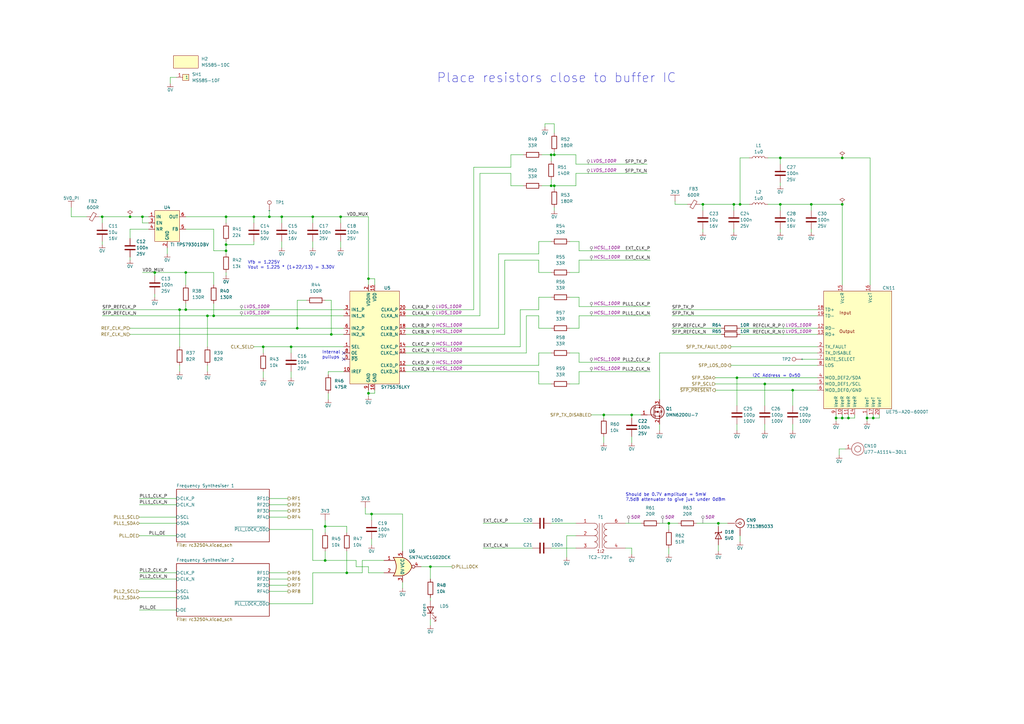
<source format=kicad_sch>
(kicad_sch (version 20231120) (generator "eeschema") (generator_version "8.0")
  (paper "A3")
  (junction (at 288.29 83.82))
  (junction (at 320.04 64.77))
  (junction (at 358.14 171.45))
  (junction (at 115.57 88.9))
  (junction (at 345.44 171.45))
  (junction (at 345.44 83.82))
  (junction (at 342.9 171.45))
  (junction (at 104.14 88.9))
  (junction (at 63.5 111.76))
  (junction (at 320.04 83.82))
  (junction (at 247.65 170.18))
  (junction (at 332.74 83.82))
  (junction (at 76.2 127))
  (junction (at 119.38 142.24))
  (junction (at 85.09 129.54))
  (junction (at 151.13 161.29))
  (junction (at 133.35 215.9))
  (junction (at 135.89 137.16))
  (junction (at 151.13 114.3))
  (junction (at 294.64 214.63))
  (junction (at 133.35 229.87))
  (junction (at 227.33 63.5))
  (junction (at 76.2 111.76))
  (junction (at 139.7 88.9))
  (junction (at 274.32 214.63))
  (junction (at 58.42 88.9))
  (junction (at 313.69 157.48))
  (junction (at 107.95 142.24))
  (junction (at 128.27 88.9))
  (junction (at 176.53 232.41))
  (junction (at 300.99 83.82))
  (junction (at 355.6 171.45))
  (junction (at 87.63 129.54))
  (junction (at 73.66 127))
  (junction (at 345.44 64.77))
  (junction (at 226.06 76.2))
  (junction (at 41.91 88.9))
  (junction (at 92.71 88.9))
  (junction (at 227.33 76.2))
  (junction (at 303.53 83.82))
  (junction (at 259.08 170.18))
  (junction (at 92.71 102.87))
  (junction (at 152.4 210.82))
  (junction (at 347.98 171.45))
  (junction (at 142.24 234.95))
  (junction (at 325.12 160.02))
  (junction (at 226.06 63.5))
  (junction (at 121.92 134.62))
  (junction (at 110.49 88.9))
  (junction (at 92.71 100.33))
  (junction (at 302.26 154.94))
  (junction (at 53.34 88.9))
  (no_connect (at 140.97 147.32))
  (no_connect (at 140.97 144.78))
  (wire (pts (xy 153.67 160.02) (xy 153.67 161.29)))
  (wire (pts (xy 204.47 104.14) (xy 220.98 104.14)))
  (wire (pts (xy 270.51 214.63) (xy 274.32 214.63)))
  (wire (pts (xy 237.49 129.54) (xy 266.7 129.54)))
  (wire (pts (xy 165.1 210.82) (xy 165.1 226.06)))
  (wire (pts (xy 85.09 129.54) (xy 85.09 142.24)))
  (wire (pts (xy 60.96 93.98) (xy 53.34 93.98)))
  (wire (pts (xy 53.34 88.9) (xy 58.42 88.9)))
  (wire (pts (xy 92.71 91.44) (xy 92.71 88.9)))
  (wire (pts (xy 57.15 204.47) (xy 72.39 204.47)))
  (wire (pts (xy 151.13 160.02) (xy 151.13 161.29)))
  (wire (pts (xy 166.37 134.62) (xy 204.47 134.62)))
  (wire (pts (xy 222.25 63.5) (xy 226.06 63.5)))
  (wire (pts (xy 63.5 111.76) (xy 76.2 111.76)))
  (wire (pts (xy 57.15 242.57) (xy 72.39 242.57)))
  (wire (pts (xy 226.06 63.5) (xy 227.33 63.5)))
  (wire (pts (xy 237.49 121.92) (xy 237.49 125.73)))
  (wire (pts (xy 57.15 214.63) (xy 72.39 214.63)))
  (wire (pts (xy 196.85 71.12) (xy 209.55 71.12)))
  (wire (pts (xy 259.08 170.18) (xy 259.08 171.45)))
  (wire (pts (xy 233.68 111.76) (xy 237.49 111.76)))
  (wire (pts (xy 227.33 76.2) (xy 227.33 77.47)))
  (wire (pts (xy 270.51 144.78) (xy 335.28 144.78)))
  (wire (pts (xy 119.38 152.4) (xy 119.38 154.94)))
  (wire (pts (xy 347.98 171.45) (xy 350.52 171.45)))
  (wire (pts (xy 146.05 232.41) (xy 151.13 232.41)))
  (wire (pts (xy 134.62 152.4) (xy 140.97 152.4)))
  (wire (pts (xy 350.52 171.45) (xy 350.52 170.18)))
  (wire (pts (xy 232.41 219.71) (xy 236.22 219.71)))
  (wire (pts (xy 53.34 134.62) (xy 121.92 134.62)))
  (wire (pts (xy 287.02 83.82) (xy 288.29 83.82)))
  (wire (pts (xy 110.49 86.36) (xy 110.49 88.9)))
  (wire (pts (xy 342.9 171.45) (xy 345.44 171.45)))
  (wire (pts (xy 57.15 219.71) (xy 72.39 219.71)))
  (wire (pts (xy 275.59 134.62) (xy 295.91 134.62)))
  (wire (pts (xy 275.59 127) (xy 335.28 127)))
  (wire (pts (xy 128.27 229.87) (xy 128.27 217.17)))
  (wire (pts (xy 73.66 149.86) (xy 73.66 152.4)))
  (wire (pts (xy 242.57 170.18) (xy 247.65 170.18)))
  (wire (pts (xy 166.37 152.4) (xy 220.98 152.4)))
  (wire (pts (xy 146.05 229.87) (xy 146.05 232.41)))
  (wire (pts (xy 227.33 63.5) (xy 236.22 63.5)))
  (wire (pts (xy 332.74 93.98) (xy 332.74 95.25)))
  (wire (pts (xy 358.14 170.18) (xy 358.14 171.45)))
  (wire (pts (xy 166.37 127) (xy 194.31 127)))
  (wire (pts (xy 104.14 99.06) (xy 104.14 100.33)))
  (wire (pts (xy 128.27 234.95) (xy 128.27 247.65)))
  (wire (pts (xy 227.33 85.09) (xy 227.33 86.36)))
  (wire (pts (xy 303.53 134.62) (xy 335.28 134.62)))
  (wire (pts (xy 345.44 171.45) (xy 347.98 171.45)))
  (wire (pts (xy 314.96 64.77) (xy 320.04 64.77)))
  (wire (pts (xy 300.99 93.98) (xy 300.99 95.25)))
  (wire (pts (xy 328.93 147.32) (xy 335.28 147.32)))
  (wire (pts (xy 237.49 102.87) (xy 266.7 102.87)))
  (wire (pts (xy 276.86 83.82) (xy 281.94 83.82)))
  (wire (pts (xy 92.71 100.33) (xy 92.71 102.87)))
  (wire (pts (xy 320.04 93.98) (xy 320.04 95.25)))
  (wire (pts (xy 110.49 88.9) (xy 115.57 88.9)))
  (wire (pts (xy 302.26 173.99) (xy 302.26 176.53)))
  (wire (pts (xy 151.13 114.3) (xy 151.13 116.84)))
  (wire (pts (xy 73.66 127) (xy 76.2 127)))
  (wire (pts (xy 313.69 173.99) (xy 313.69 176.53)))
  (wire (pts (xy 69.85 34.29) (xy 69.85 31.75)))
  (wire (pts (xy 57.15 212.09) (xy 72.39 212.09)))
  (wire (pts (xy 247.65 179.07) (xy 247.65 181.61)))
  (wire (pts (xy 214.63 63.5) (xy 209.55 63.5)))
  (wire (pts (xy 223.52 50.8) (xy 227.33 50.8)))
  (wire (pts (xy 236.22 67.31) (xy 265.43 67.31)))
  (wire (pts (xy 41.91 88.9) (xy 53.34 88.9)))
  (wire (pts (xy 303.53 64.77) (xy 303.53 83.82)))
  (wire (pts (xy 115.57 88.9) (xy 128.27 88.9)))
  (wire (pts (xy 128.27 99.06) (xy 128.27 101.6)))
  (wire (pts (xy 214.63 76.2) (xy 209.55 76.2)))
  (wire (pts (xy 121.92 134.62) (xy 140.97 134.62)))
  (wire (pts (xy 209.55 76.2) (xy 209.55 71.12)))
  (wire (pts (xy 41.91 99.06) (xy 41.91 100.33)))
  (wire (pts (xy 58.42 111.76) (xy 63.5 111.76)))
  (wire (pts (xy 259.08 224.79) (xy 259.08 227.33)))
  (wire (pts (xy 53.34 105.41) (xy 53.34 106.68)))
  (wire (pts (xy 125.73 123.19) (xy 121.92 123.19)))
  (wire (pts (xy 110.49 247.65) (xy 128.27 247.65)))
  (wire (pts (xy 285.75 214.63) (xy 294.64 214.63)))
  (wire (pts (xy 220.98 157.48) (xy 220.98 152.4)))
  (wire (pts (xy 256.54 214.63) (xy 262.89 214.63)))
  (wire (pts (xy 119.38 142.24) (xy 119.38 144.78)))
  (wire (pts (xy 274.32 214.63) (xy 278.13 214.63)))
  (wire (pts (xy 133.35 213.36) (xy 133.35 215.9)))
  (wire (pts (xy 355.6 170.18) (xy 355.6 171.45)))
  (wire (pts (xy 227.33 50.8) (xy 227.33 54.61)))
  (wire (pts (xy 63.5 120.65) (xy 63.5 121.92)))
  (wire (pts (xy 220.98 121.92) (xy 220.98 127)))
  (wire (pts (xy 325.12 160.02) (xy 325.12 166.37)))
  (wire (pts (xy 259.08 179.07) (xy 259.08 181.61)))
  (wire (pts (xy 85.09 129.54) (xy 87.63 129.54)))
  (wire (pts (xy 40.64 88.9) (xy 41.91 88.9)))
  (wire (pts (xy 226.06 134.62) (xy 220.98 134.62)))
  (wire (pts (xy 294.64 214.63) (xy 298.45 214.63)))
  (wire (pts (xy 220.98 134.62) (xy 220.98 129.54)))
  (wire (pts (xy 68.58 101.6) (xy 68.58 104.14)))
  (wire (pts (xy 270.51 173.99) (xy 270.51 176.53)))
  (wire (pts (xy 165.1 238.76) (xy 165.1 241.3)))
  (wire (pts (xy 60.96 88.9) (xy 58.42 88.9)))
  (wire (pts (xy 134.62 153.67) (xy 134.62 152.4)))
  (wire (pts (xy 194.31 127) (xy 194.31 68.58)))
  (wire (pts (xy 299.72 142.24) (xy 335.28 142.24)))
  (wire (pts (xy 294.64 223.52) (xy 294.64 226.06)))
  (wire (pts (xy 342.9 171.45) (xy 342.9 172.72)))
  (wire (pts (xy 151.13 234.95) (xy 157.48 234.95)))
  (wire (pts (xy 152.4 220.98) (xy 152.4 223.52)))
  (wire (pts (xy 344.17 184.15) (xy 346.71 184.15)))
  (wire (pts (xy 110.49 217.17) (xy 128.27 217.17)))
  (wire (pts (xy 220.98 99.06) (xy 220.98 104.14)))
  (wire (pts (xy 236.22 71.12) (xy 265.43 71.12)))
  (wire (pts (xy 153.67 116.84) (xy 153.67 114.3)))
  (wire (pts (xy 237.49 152.4) (xy 266.7 152.4)))
  (wire (pts (xy 92.71 88.9) (xy 76.2 88.9)))
  (wire (pts (xy 237.49 144.78) (xy 237.49 148.59)))
  (wire (pts (xy 119.38 142.24) (xy 140.97 142.24)))
  (wire (pts (xy 356.87 64.77) (xy 356.87 116.84)))
  (wire (pts (xy 121.92 123.19) (xy 121.92 134.62)))
  (wire (pts (xy 41.91 88.9) (xy 41.91 91.44)))
  (wire (pts (xy 176.53 245.11) (xy 176.53 246.38)))
  (wire (pts (xy 288.29 83.82) (xy 288.29 86.36)))
  (wire (pts (xy 57.15 245.11) (xy 72.39 245.11)))
  (wire (pts (xy 237.49 148.59) (xy 266.7 148.59)))
  (wire (pts (xy 149.86 210.82) (xy 152.4 210.82)))
  (wire (pts (xy 347.98 170.18) (xy 347.98 171.45)))
  (wire (pts (xy 345.44 170.18) (xy 345.44 171.45)))
  (wire (pts (xy 142.24 234.95) (xy 148.59 234.95)))
  (wire (pts (xy 133.35 229.87) (xy 146.05 229.87)))
  (wire (pts (xy 176.53 232.41) (xy 185.42 232.41)))
  (wire (pts (xy 358.14 171.45) (xy 360.68 171.45)))
  (wire (pts (xy 134.62 161.29) (xy 134.62 163.83)))
  (wire (pts (xy 233.68 99.06) (xy 237.49 99.06)))
  (wire (pts (xy 76.2 93.98) (xy 87.63 93.98)))
  (wire (pts (xy 29.21 85.09) (xy 29.21 88.9)))
  (wire (pts (xy 247.65 170.18) (xy 247.65 171.45)))
  (wire (pts (xy 220.98 111.76) (xy 220.98 106.68)))
  (wire (pts (xy 104.14 88.9) (xy 110.49 88.9)))
  (wire (pts (xy 237.49 99.06) (xy 237.49 102.87)))
  (wire (pts (xy 85.09 149.86) (xy 85.09 152.4)))
  (wire (pts (xy 87.63 93.98) (xy 87.63 102.87)))
  (wire (pts (xy 320.04 64.77) (xy 345.44 64.77)))
  (wire (pts (xy 92.71 88.9) (xy 104.14 88.9)))
  (wire (pts (xy 110.49 204.47) (xy 118.11 204.47)))
  (wire (pts (xy 41.91 129.54) (xy 85.09 129.54)))
  (wire (pts (xy 152.4 210.82) (xy 165.1 210.82)))
  (wire (pts (xy 87.63 111.76) (xy 87.63 116.84)))
  (wire (pts (xy 215.9 129.54) (xy 215.9 144.78)))
  (wire (pts (xy 139.7 88.9) (xy 151.13 88.9)))
  (wire (pts (xy 152.4 213.36) (xy 152.4 210.82)))
  (wire (pts (xy 76.2 111.76) (xy 76.2 116.84)))
  (wire (pts (xy 198.12 224.79) (xy 218.44 224.79)))
  (wire (pts (xy 345.44 83.82) (xy 345.44 116.84)))
  (wire (pts (xy 274.32 214.63) (xy 274.32 217.17)))
  (wire (pts (xy 275.59 137.16) (xy 295.91 137.16)))
  (wire (pts (xy 58.42 91.44) (xy 60.96 91.44)))
  (wire (pts (xy 247.65 170.18) (xy 259.08 170.18)))
  (wire (pts (xy 148.59 234.95) (xy 148.59 229.87)))
  (wire (pts (xy 360.68 171.45) (xy 360.68 170.18)))
  (wire (pts (xy 151.13 161.29) (xy 151.13 162.56)))
  (wire (pts (xy 226.06 144.78) (xy 220.98 144.78)))
  (wire (pts (xy 233.68 134.62) (xy 237.49 134.62)))
  (wire (pts (xy 233.68 144.78) (xy 237.49 144.78)))
  (wire (pts (xy 92.71 111.76) (xy 92.71 113.03)))
  (wire (pts (xy 237.49 125.73) (xy 266.7 125.73)))
  (wire (pts (xy 314.96 83.82) (xy 320.04 83.82)))
  (wire (pts (xy 213.36 127) (xy 220.98 127)))
  (wire (pts (xy 207.01 106.68) (xy 207.01 137.16)))
  (wire (pts (xy 76.2 124.46) (xy 76.2 127)))
  (wire (pts (xy 92.71 100.33) (xy 104.14 100.33)))
  (wire (pts (xy 204.47 134.62) (xy 204.47 104.14)))
  (wire (pts (xy 294.64 214.63) (xy 294.64 215.9)))
  (wire (pts (xy 303.53 83.82) (xy 307.34 83.82)))
  (wire (pts (xy 236.22 63.5) (xy 236.22 67.31)))
  (wire (pts (xy 226.06 111.76) (xy 220.98 111.76)))
  (wire (pts (xy 345.44 64.77) (xy 356.87 64.77)))
  (wire (pts (xy 223.52 52.07) (xy 223.52 50.8)))
  (wire (pts (xy 133.35 226.06) (xy 133.35 229.87)))
  (wire (pts (xy 194.31 68.58) (xy 209.55 68.58)))
  (wire (pts (xy 302.26 166.37) (xy 302.26 154.94)))
  (wire (pts (xy 57.15 234.95) (xy 72.39 234.95)))
  (wire (pts (xy 133.35 218.44) (xy 133.35 215.9)))
  (wire (pts (xy 107.95 142.24) (xy 107.95 144.78)))
  (wire (pts (xy 58.42 88.9) (xy 58.42 91.44)))
  (wire (pts (xy 325.12 173.99) (xy 325.12 176.53)))
  (wire (pts (xy 355.6 171.45) (xy 355.6 172.72)))
  (wire (pts (xy 215.9 129.54) (xy 220.98 129.54)))
  (wire (pts (xy 128.27 88.9) (xy 128.27 91.44)))
  (wire (pts (xy 166.37 142.24) (xy 213.36 142.24)))
  (wire (pts (xy 139.7 88.9) (xy 139.7 91.44)))
  (wire (pts (xy 237.49 152.4) (xy 237.49 157.48)))
  (wire (pts (xy 262.89 170.18) (xy 259.08 170.18)))
  (wire (pts (xy 92.71 102.87) (xy 92.71 104.14)))
  (wire (pts (xy 53.34 137.16) (xy 135.89 137.16)))
  (wire (pts (xy 232.41 228.6) (xy 232.41 219.71)))
  (wire (pts (xy 110.49 242.57) (xy 118.11 242.57)))
  (wire (pts (xy 233.68 121.92) (xy 237.49 121.92)))
  (wire (pts (xy 115.57 99.06) (xy 115.57 101.6)))
  (wire (pts (xy 276.86 82.55) (xy 276.86 83.82)))
  (wire (pts (xy 275.59 129.54) (xy 335.28 129.54)))
  (wire (pts (xy 209.55 63.5) (xy 209.55 68.58)))
  (wire (pts (xy 110.49 207.01) (xy 118.11 207.01)))
  (wire (pts (xy 73.66 127) (xy 73.66 142.24)))
  (wire (pts (xy 115.57 88.9) (xy 115.57 91.44)))
  (wire (pts (xy 76.2 127) (xy 140.97 127)))
  (wire (pts (xy 92.71 99.06) (xy 92.71 100.33)))
  (wire (pts (xy 133.35 123.19) (xy 135.89 123.19)))
  (wire (pts (xy 107.95 142.24) (xy 119.38 142.24)))
  (wire (pts (xy 139.7 99.06) (xy 139.7 101.6)))
  (wire (pts (xy 128.27 88.9) (xy 139.7 88.9)))
  (wire (pts (xy 302.26 154.94) (xy 335.28 154.94)))
  (wire (pts (xy 110.49 212.09) (xy 118.11 212.09)))
  (wire (pts (xy 166.37 129.54) (xy 196.85 129.54)))
  (wire (pts (xy 63.5 111.76) (xy 63.5 113.03)))
  (wire (pts (xy 151.13 232.41) (xy 151.13 234.95)))
  (wire (pts (xy 288.29 93.98) (xy 288.29 95.25)))
  (wire (pts (xy 142.24 234.95) (xy 128.27 234.95)))
  (wire (pts (xy 332.74 83.82) (xy 345.44 83.82)))
  (wire (pts (xy 213.36 127) (xy 213.36 142.24)))
  (wire (pts (xy 226.06 73.66) (xy 226.06 76.2)))
  (wire (pts (xy 57.15 237.49) (xy 72.39 237.49)))
  (wire (pts (xy 207.01 106.68) (xy 220.98 106.68)))
  (wire (pts (xy 107.95 152.4) (xy 107.95 154.94)))
  (wire (pts (xy 226.06 157.48) (xy 220.98 157.48)))
  (wire (pts (xy 149.86 208.28) (xy 149.86 210.82)))
  (wire (pts (xy 274.32 224.79) (xy 274.32 227.33)))
  (wire (pts (xy 303.53 219.71) (xy 303.53 222.25)))
  (wire (pts (xy 104.14 142.24) (xy 107.95 142.24)))
  (wire (pts (xy 133.35 215.9) (xy 142.24 215.9)))
  (wire (pts (xy 335.28 157.48) (xy 313.69 157.48)))
  (wire (pts (xy 300.99 83.82) (xy 303.53 83.82)))
  (wire (pts (xy 87.63 102.87) (xy 92.71 102.87)))
  (wire (pts (xy 222.25 76.2) (xy 226.06 76.2)))
  (wire (pts (xy 313.69 157.48) (xy 313.69 166.37)))
  (wire (pts (xy 342.9 170.18) (xy 342.9 171.45)))
  (wire (pts (xy 151.13 161.29) (xy 153.67 161.29)))
  (wire (pts (xy 226.06 76.2) (xy 227.33 76.2)))
  (wire (pts (xy 320.04 74.93) (xy 320.04 76.2)))
  (wire (pts (xy 133.35 229.87) (xy 128.27 229.87)))
  (wire (pts (xy 148.59 229.87) (xy 157.48 229.87)))
  (wire (pts (xy 237.49 106.68) (xy 266.7 106.68)))
  (wire (pts (xy 293.37 160.02) (xy 325.12 160.02)))
  (wire (pts (xy 142.24 226.06) (xy 142.24 234.95)))
  (wire (pts (xy 166.37 149.86) (xy 220.98 149.86)))
  (wire (pts (xy 300.99 83.82) (xy 300.99 86.36)))
  (wire (pts (xy 220.98 144.78) (xy 220.98 149.86)))
  (wire (pts (xy 226.06 224.79) (xy 236.22 224.79)))
  (wire (pts (xy 288.29 83.82) (xy 300.99 83.82)))
  (wire (pts (xy 236.22 76.2) (xy 236.22 71.12)))
  (wire (pts (xy 237.49 129.54) (xy 237.49 134.62)))
  (wire (pts (xy 335.28 160.02) (xy 325.12 160.02)))
  (wire (pts (xy 307.34 64.77) (xy 303.53 64.77)))
  (wire (pts (xy 227.33 76.2) (xy 236.22 76.2)))
  (wire (pts (xy 344.17 186.69) (xy 344.17 184.15)))
  (wire (pts (xy 176.53 254) (xy 176.53 256.54)))
  (wire (pts (xy 104.14 88.9) (xy 104.14 91.44)))
  (wire (pts (xy 198.12 214.63) (xy 218.44 214.63)))
  (wire (pts (xy 320.04 83.82) (xy 332.74 83.82)))
  (wire (pts (xy 41.91 127) (xy 73.66 127)))
  (wire (pts (xy 110.49 240.03) (xy 118.11 240.03)))
  (wire (pts (xy 110.49 209.55) (xy 118.11 209.55)))
  (wire (pts (xy 135.89 123.19) (xy 135.89 137.16)))
  (wire (pts (xy 196.85 129.54) (xy 196.85 71.12)))
  (wire (pts (xy 76.2 111.76) (xy 87.63 111.76)))
  (wire (pts (xy 166.37 144.78) (xy 215.9 144.78)))
  (wire (pts (xy 166.37 137.16) (xy 207.01 137.16)))
  (wire (pts (xy 226.06 214.63) (xy 236.22 214.63)))
  (wire (pts (xy 320.04 64.77) (xy 320.04 67.31)))
  (wire (pts (xy 293.37 154.94) (xy 302.26 154.94)))
  (wire (pts (xy 332.74 83.82) (xy 332.74 86.36)))
  (wire (pts (xy 57.15 207.01) (xy 72.39 207.01)))
  (wire (pts (xy 151.13 88.9) (xy 151.13 114.3)))
  (wire (pts (xy 233.68 157.48) (xy 237.49 157.48)))
  (wire (pts (xy 270.51 163.83) (xy 270.51 144.78)))
  (wire (pts (xy 299.72 149.86) (xy 335.28 149.86)))
  (wire (pts (xy 226.06 121.92) (xy 220.98 121.92)))
  (wire (pts (xy 57.15 250.19) (xy 72.39 250.19)))
  (wire (pts (xy 53.34 93.98) (xy 53.34 97.79)))
  (wire (pts (xy 256.54 224.79) (xy 259.08 224.79)))
  (wire (pts (xy 320.04 83.82) (xy 320.04 86.36)))
  (wire (pts (xy 87.63 129.54) (xy 140.97 129.54)))
  (wire (pts (xy 355.6 171.45) (xy 358.14 171.45)))
  (wire (pts (xy 110.49 237.49) (xy 118.11 237.49)))
  (wire (pts (xy 87.63 124.46) (xy 87.63 129.54)))
  (wire (pts (xy 35.56 88.9) (xy 29.21 88.9)))
  (wire (pts (xy 176.53 232.41) (xy 176.53 237.49)))
  (wire (pts (xy 151.13 114.3) (xy 153.67 114.3)))
  (wire (pts (xy 237.49 106.68) (xy 237.49 111.76)))
  (wire (pts (xy 293.37 157.48) (xy 313.69 157.48)))
  (wire (pts (xy 142.24 215.9) (xy 142.24 218.44)))
  (wire (pts (xy 226.06 99.06) (xy 220.98 99.06)))
  (wire (pts (xy 303.53 137.16) (xy 335.28 137.16)))
  (wire (pts (xy 227.33 63.5) (xy 227.33 62.23)))
  (wire (pts (xy 172.72 232.41) (xy 176.53 232.41)))
  (wire (pts (xy 69.85 31.75) (xy 72.39 31.75)))
  (wire (pts (xy 135.89 137.16) (xy 140.97 137.16)))
  (wire (pts (xy 226.06 63.5) (xy 226.06 66.04)))
  (wire (pts (xy 110.49 234.95) (xy 118.11 234.95)))
  (text "Should be 0.7V amplitude = 5mW\n7.5dB attenuator to give just under 0dBm" (at 256.54 205.74 0) (effects (font (size 1.27 1.27)) (justify left bottom)))
  (text "Place resistors close to buffer IC" (at 179.07 34.29 0) (effects (font (size 3.81 3.81)) (justify left bottom)))
  (text "Internal\npullups" (at 132.08 147.32 0) (effects (font (size 1.27 1.27)) (justify left bottom)))
  (text "Vfb = 1.225V\nVout = 1.225 * (1+22/13) = 3.30V" (at 101.6 110.49 0) (effects (font (size 1.27 1.27)) (justify left bottom)))
  (text "I2C Address = 0x50" (at 308.61 154.94 0) (effects (font (size 1.27 1.27)) (justify left bottom)))
  (label "SFP_REFCLK_N" (at 275.59 137.16 0))
  (label "PLL_OE" (at 60.96 219.71 0))
  (label "REFCLK_R_P" (at 308.61 134.62 0))
  (label "CLKC_P" (at 168.91 142.24 0))
  (label "EXT_CLK_N" (at 198.12 224.79 0))
  (label "PLL2_CLK_P" (at 266.7 148.59 180))
  (label "CLKB_P" (at 168.91 134.62 0))
  (label "EXT_CLK_P" (at 198.12 214.63 0))
  (label "PLL2_CLK_P" (at 57.15 234.95 0))
  (label "SFP_REFCLK_P" (at 275.59 134.62 0))
  (label "PLL1_CLK_N" (at 266.7 129.54 180))
  (label "REFCLK_R_N" (at 308.61 137.16 0))
  (label "PLL1_CLK_P" (at 266.7 125.73 180))
  (label "VDD_MUX" (at 142.24 88.9 0))
  (label "PLL2_CLK_N" (at 57.15 237.49 0))
  (label "EXT_CLK_P" (at 266.7 102.87 180))
  (label "CLKB_N" (at 168.91 137.16 0))
  (label "SFP_TX_N" (at 275.59 129.54 0))
  (label "SFP_TX_P" (at 275.59 127 0))
  (label "SFP_TX_N" (at 265.43 71.12 180))
  (label "VDD_MUX" (at 58.42 111.76 0))
  (label "CLKD_N" (at 168.91 152.4 0))
  (label "EXT_CLK_N" (at 266.7 106.68 180))
  (label "PLL2_CLK_N" (at 266.7 152.4 180))
  (label "PLL1_CLK_N" (at 57.15 207.01 0))
  (label "CLKA_P" (at 168.91 127 0))
  (label "CLKC_N" (at 168.91 144.78 0))
  (label "CLKA_N" (at 168.91 129.54 0))
  (label "PLL_OE" (at 57.15 250.19 0))
  (label "SFP_REFCLK_P" (at 41.91 127 0))
  (label "SFP_REFCLK_N" (at 41.91 129.54 0))
  (label "CLKD_P" (at 168.91 149.86 0))
  (label "SFP_TX_P" (at 265.43 67.31 180))
  (label "PLL1_CLK_P" (at 57.15 204.47 0))
  (hierarchical_label "PLL1_SDA" (shape bidirectional) (at 57.15 214.63 180))
  (hierarchical_label "RF7" (shape output) (at 118.11 240.03 0))
  (hierarchical_label "SFP_SDA" (shape bidirectional) (at 293.37 154.94 180))
  (hierarchical_label "REF_CLK_N" (shape input) (at 53.34 137.16 180))
  (hierarchical_label "PLL2_SCL" (shape input) (at 57.15 242.57 180))
  (hierarchical_label "SFP_LOS_OD" (shape output) (at 299.72 149.86 180))
  (hierarchical_label "RF6" (shape output) (at 118.11 237.49 0))
  (hierarchical_label "REF_CLK_P" (shape input) (at 53.34 134.62 180))
  (hierarchical_label "SFP_TX_DISABLE" (shape input) (at 242.57 170.18 180))
  (hierarchical_label "RF8" (shape output) (at 118.11 242.57 0))
  (hierarchical_label "SFP_SCL" (shape input) (at 293.37 157.48 180))
  (hierarchical_label "PLL2_SDA" (shape bidirectional) (at 57.15 245.11 180))
  (hierarchical_label "RF5" (shape output) (at 118.11 234.95 0))
  (hierarchical_label "~{SFP_PRESENT}" (shape output) (at 293.37 160.02 180))
  (hierarchical_label "PLL_OE" (shape input) (at 57.15 219.71 180))
  (hierarchical_label "RF4" (shape output) (at 118.11 212.09 0))
  (hierarchical_label "RF3" (shape output) (at 118.11 209.55 0))
  (hierarchical_label "CLK_SEL" (shape input) (at 104.14 142.24 180))
  (hierarchical_label "RF2" (shape output) (at 118.11 207.01 0))
  (hierarchical_label "SFP_TX_FAULT_OD" (shape output) (at 299.72 142.24 180))
  (hierarchical_label "PLL_LOCK" (shape output) (at 185.42 232.41 0))
  (hierarchical_label "RF1" (shape output) (at 118.11 204.47 0))
  (hierarchical_label "PLL1_SCL" (shape input) (at 57.15 212.09 180))
  (netclass_flag "" (length 1.27) (shape round) (at 177.8 149.86 0) (property "Netclass" "HCSL_100R" (at 178.689 148.59 0) (effects (font (italic yes)) (justify left))))
  (netclass_flag "" (length 1.27) (shape round) (at 99.06 127 0) (property "Netclass" "LVDS_100R" (at 99.949 125.73 0) (effects (font (italic yes)) (justify left))))
  (netclass_flag "" (length 1.27) (shape round) (at 177.8 152.4 0) (property "Netclass" "HCSL_100R" (at 178.689 151.13 0) (effects (font (italic yes)) (justify left))))
  (netclass_flag "" (length 1.27) (shape round) (at 177.8 137.16 0) (property "Netclass" "HCSL_100R" (at 178.689 135.89 0) (effects (font (italic yes)) (justify left))))
  (netclass_flag "" (length 1.27) (shape round) (at 177.8 142.24 0) (property "Netclass" "HCSL_100R" (at 178.689 140.97 0) (effects (font (italic yes)) (justify left))))
  (netclass_flag "" (length 1.27) (shape round) (at 242.57 102.87 0) (property "Netclass" "HCSL_100R" (at 243.459 101.6 0) (effects (font (italic yes)) (justify left))))
  (netclass_flag "" (length 1.27) (shape round) (at 242.57 106.68 0) (property "Netclass" "HCSL_100R" (at 243.459 105.41 0) (effects (font (italic yes)) (justify left))))
  (netclass_flag "" (length 1.27) (shape round) (at 241.3 67.31 0) (property "Netclass" "LVDS_100R" (at 242.189 66.04 0) (effects (font (italic yes)) (justify left))))
  (netclass_flag "" (length 1.27) (shape round) (at 241.3 71.12 0) (property "Netclass" "LVDS_100R" (at 242.189 69.85 0) (effects (font (italic yes)) (justify left))))
  (netclass_flag "" (length 2.54) (shape round) (at 271.78 214.63 0) (property "Netclass" "50R" (at 272.669 212.09 0) (effects (font (italic yes)) (justify left))))
  (netclass_flag "" (length 1.27) (shape round) (at 177.8 129.54 0) (property "Netclass" "LVDS_100R" (at 178.689 128.27 0) (effects (font (italic yes)) (justify left))))
  (netclass_flag "" (length 1.27) (shape round) (at 321.31 134.62 0) (property "Netclass" "LVDS_100R" (at 322.199 133.35 0) (effects (font (italic yes)) (justify left))))
  (netclass_flag "" (length 1.27) (shape round) (at 242.57 148.59 0) (property "Netclass" "HCSL_100R" (at 243.459 147.32 0) (effects (font (italic yes)) (justify left))))
  (netclass_flag "" (length 2.54) (shape round) (at 257.81 214.63 0) (property "Netclass" "50R" (at 258.699 212.09 0) (effects (font (italic yes)) (justify left))))
  (netclass_flag "" (length 1.27) (shape round) (at 242.57 152.4 0) (property "Netclass" "HCSL_100R" (at 243.459 151.13 0) (effects (font (italic yes)) (justify left))))
  (netclass_flag "" (length 1.27) (shape round) (at 177.8 134.62 0) (property "Netclass" "HCSL_100R" (at 178.689 133.35 0) (effects (font (italic yes)) (justify left))))
  (netclass_flag "" (length 1.27) (shape round) (at 177.8 144.78 0) (property "Netclass" "HCSL_100R" (at 178.689 143.51 0) (effects (font (italic yes)) (justify left))))
  (netclass_flag "" (length 1.27) (shape round) (at 99.06 129.54 0) (property "Netclass" "LVDS_100R" (at 99.949 128.27 0) (effects (font (italic yes)) (justify left))))
  (netclass_flag "" (length 1.27) (shape round) (at 242.57 125.73 0) (property "Netclass" "HCSL_100R" (at 243.459 124.46 0) (effects (font (italic yes)) (justify left))))
  (netclass_flag "" (length 1.27) (shape round) (at 321.31 137.16 0) (property "Netclass" "LVDS_100R" (at 322.199 135.89 0) (effects (font (italic yes)) (justify left))))
  (netclass_flag "" (length 1.27) (shape round) (at 242.57 129.54 0) (property "Netclass" "HCSL_100R" (at 243.459 128.27 0) (effects (font (italic yes)) (justify left))))
  (netclass_flag "" (length 2.54) (shape round) (at 288.29 214.63 0) (property "Netclass" "50R" (at 289.179 212.09 0) (effects (font (italic yes)) (justify left))))
  (netclass_flag "" (length 1.27) (shape round) (at 177.8 127 0) (property "Netclass" "LVDS_100R" (at 178.689 125.73 0) (effects (font (italic yes)) (justify left))))
  (symbol (lib_id "AAA_Preferred_WUT:KOA Speer RK73H1ETTP33R0F") (at 229.87 144.78 90) (unit 1)
    (property "Reference" "R58" (at 229.87 138.43 90))
    (property "Value" "33R" (at 229.87 140.97 90))
    (property "Footprint" "Resistor_SMD:R_0402_1005Metric" (effects (hide yes)))
    (property "Datasheet" "https://www.koaspeer.com/pdfs/RK73H.pdf" (effects (hide yes)))
    (property "MPN" "RK73H1ETTP33R0F" (effects (hide yes)))
    (property "Manufacturer" "KOA Speer" (effects (hide yes)))
    (property "Tolerance" "1%" (effects (hide yes)))
    (property "Height" "0.4mm" (effects (hide yes)))
  )
  (symbol (lib_id "Power_WUT:0V") (at 247.65 181.61 0) (unit 1) (in_bom no) (on_board no)
    (property "Reference" "#PWR086" (effects (hide yes)))
    (property "Value" "0V" (at 247.65 184.15 0))
  )
  (symbol (lib_id "Auto_Library_WUT:Kemet C0402C101F1GACTU") (at 325.12 170.18 0) (unit 1)
    (property "Reference" "C29" (at 327.66 167.64 0) (effects (justify left)))
    (property "Value" "100p" (at 327.66 170.18 0) (effects (justify left)))
    (property "Footprint" "Capacitor_SMD:C_0402_1005Metric" (effects (hide yes)))
    (property "Datasheet" "https://www.mouser.co.uk/datasheet/2/447/KEM_C1006_X5R_SMD-3316465.pdf" (effects (hide yes)))
    (property "Voltage" "100V" (at 327.66 172.72 0) (effects (justify left)))
    (property "Manufacturer" "Kemet" (effects (hide yes)))
    (property "MPN" "C0402C101F1GACTU" (effects (hide yes)))
    (property "Tolerance" "0.01" (effects (hide yes)))
    (property "Dielectric" "NP0/C0G" (effects (hide yes)))
    (property "Height" "0.5mm" (effects (hide yes)))
  )
  (symbol (lib_id "AAA_Preferred_WUT:Samsung Electro-Mechanics CL10A106MO8NQNC") (at 115.57 95.25 0) (unit 1)
    (property "Reference" "C15" (at 118.11 92.71 0) (effects (justify left)))
    (property "Value" "10u" (at 118.11 95.25 0) (effects (justify left)))
    (property "Footprint" "Capacitor_SMD:C_0603_1608Metric" (effects (hide yes)))
    (property "Datasheet" "https://www.mouser.co.uk/datasheet/2/585/MLCC-1837944.pdf" (effects (hide yes)))
    (property "Voltage" "16V" (at 118.11 97.79 0) (effects (justify left)))
    (property "Manufacturer" "Samsung Electro-Mechanics" (effects (hide yes)))
    (property "MPN" "CL10A106MO8NQNC" (effects (hide yes)))
    (property "Tolerance" "20%" (effects (hide yes)))
    (property "Dielectric" "X5R" (effects (hide yes)))
    (property "Height" "0.9mm" (effects (hide yes)))
  )
  (symbol (lib_id "AAA_Preferred_WUT:KOA Speer RK73H1ETTP1002F") (at 176.53 241.3 180) (unit 1)
    (property "Reference" "R48" (at 179.07 240.03 0) (effects (justify right)))
    (property "Value" "10k" (at 179.07 242.57 0) (effects (justify right)))
    (property "Footprint" "Resistor_SMD:R_0402_1005Metric" (effects (hide yes)))
    (property "Datasheet" "https://www.koaspeer.com/pdfs/RK73H.pdf" (effects (hide yes)))
    (property "MPN" "RK73H1ETTP1002F" (effects (hide yes)))
    (property "Manufacturer" "KOA Speer" (effects (hide yes)))
    (property "Tolerance" "1%" (effects (hide yes)))
    (property "Height" "0.4mm" (effects (hide yes)))
  )
  (symbol (lib_id "Power_WUT:0V") (at 63.5 121.92 0) (unit 1) (in_bom no) (on_board no)
    (property "Reference" "#PWR065" (effects (hide yes)))
    (property "Value" "0V" (at 63.5 124.46 0))
  )
  (symbol (lib_id "Power_WUT:0V") (at 73.66 152.4 0) (unit 1) (in_bom no) (on_board no)
    (property "Reference" "#PWR068" (effects (hide yes)))
    (property "Value" "0V" (at 73.66 154.94 0))
  )
  (symbol (lib_id "Power_WUT:0V") (at 139.7 101.6 0) (unit 1) (in_bom no) (on_board no)
    (property "Reference" "#PWR077" (effects (hide yes)))
    (property "Value" "0V" (at 139.7 104.14 0))
  )
  (symbol (lib_id "Auto_Library_WUT:Kemet C0402C101F1GACTU") (at 313.69 170.18 0) (unit 1)
    (property "Reference" "C26" (at 316.23 167.64 0) (effects (justify left)))
    (property "Value" "100p" (at 316.23 170.18 0) (effects (justify left)))
    (property "Footprint" "Capacitor_SMD:C_0402_1005Metric" (effects (hide yes)))
    (property "Datasheet" "https://www.mouser.co.uk/datasheet/2/447/KEM_C1006_X5R_SMD-3316465.pdf" (effects (hide yes)))
    (property "Voltage" "100V" (at 316.23 172.72 0) (effects (justify left)))
    (property "Manufacturer" "Kemet" (effects (hide yes)))
    (property "MPN" "C0402C101F1GACTU" (effects (hide yes)))
    (property "Tolerance" "0.01" (effects (hide yes)))
    (property "Dielectric" "NP0/C0G" (effects (hide yes)))
    (property "Height" "0.5mm" (effects (hide yes)))
  )
  (symbol (lib_id "Power_WUT:0V") (at 119.38 154.94 0) (unit 1) (in_bom no) (on_board no)
    (property "Reference" "#PWR073" (effects (hide yes)))
    (property "Value" "0V" (at 119.38 157.48 0))
  )
  (symbol (lib_id "Power_WUT:0V") (at 165.1 241.3 0) (unit 1) (in_bom no) (on_board no)
    (property "Reference" "#PWR081" (effects (hide yes)))
    (property "Value" "0V" (at 165.1 243.84 0))
  )
  (symbol (lib_id "Power_WUT:PWR_FLAG") (at 53.34 88.9 0) (unit 1)
    (property "Reference" "#FLG04" (effects (hide yes)))
    (property "Value" "PWR_FLAG" (effects (hide yes)))
  )
  (symbol (lib_id "Auto_Library_WUT:KOA Speer RK73H1ETTP1400F ") (at 226.06 69.85 0) (unit 1)
    (property "Reference" "R51" (at 228.6 68.58 0) (effects (justify left)))
    (property "Value" "140R" (at 228.6 71.12 0) (effects (justify left)))
    (property "Footprint" "Resistor_SMD:R_0402_1005Metric" (effects (hide yes)))
    (property "Datasheet" "https://www.koaspeer.com/pdfs/RK73H.pdf" (effects (hide yes)))
    (property "MPN" "RK73H1ETTP1400F " (effects (hide yes)))
    (property "Manufacturer" "KOA Speer" (effects (hide yes)))
    (property "Tolerance" "1%" (effects (hide yes)))
    (property "Height" "0.4mm" (effects (hide yes)))
  )
  (symbol (lib_id "AAA_Preferred_WUT:Yageo CC0402KRX7R8BB104") (at 332.74 90.17 0) (unit 1)
    (property "Reference" "C30" (at 335.28 87.63 0) (effects (justify left)))
    (property "Value" "100n" (at 335.28 90.17 0) (effects (justify left)))
    (property "Footprint" "Capacitor_SMD:C_0402_1005Metric" (effects (hide yes)))
    (property "Datasheet" "https://www.yageo.com/upload/media/product/productsearch/datasheet/mlcc/UPY-GPHC_X7R_6.3V-to-250V_23.pdf" (effects (hide yes)))
    (property "Voltage" "25V" (at 335.28 92.71 0) (effects (justify left)))
    (property "Manufacturer" "Yageo" (effects (hide yes)))
    (property "MPN" "CC0402KRX7R8BB104" (effects (hide yes)))
    (property "Tolerance" "10%" (effects (hide yes)))
    (property "Dielectric" "X7R" (effects (hide yes)))
    (property "Height" "0.5mm" (effects (hide yes)))
  )
  (symbol (lib_id "Power_WUT:0V") (at 302.26 176.53 0) (unit 1) (in_bom no) (on_board no)
    (property "Reference" "#PWR095" (effects (hide yes)))
    (property "Value" "0V" (at 302.26 179.07 0))
  )
  (symbol (lib_id "Power_WUT:0V") (at 134.62 163.83 0) (unit 1) (in_bom no) (on_board no)
    (property "Reference" "#PWR076" (effects (hide yes)))
    (property "Value" "0V" (at 134.62 166.37 0))
  )
  (symbol (lib_id "Power_WUT:0V") (at 344.17 186.69 0) (unit 1) (in_bom no) (on_board no)
    (property "Reference" "#PWR0103" (effects (hide yes)))
    (property "Value" "0V" (at 344.17 189.23 0))
  )
  (symbol (lib_id "Power_WUT:0V") (at 274.32 227.33 0) (unit 1) (in_bom no) (on_board no)
    (property "Reference" "#PWR090" (effects (hide yes)))
    (property "Value" "0V" (at 274.32 229.87 0))
  )
  (symbol (lib_id "Auto_Library_WUT:KOA Speer RK73H1ETTP10R0F") (at 299.72 134.62 90) (unit 1)
    (property "Reference" "R64" (at 295.91 133.35 90) (effects (justify left)))
    (property "Value" "10R" (at 303.53 133.35 90) (effects (justify right)))
    (property "Footprint" "Resistor_SMD:R_0402_1005Metric" (effects (hide yes)))
    (property "Datasheet" "https://www.koaspeer.com/pdfs/RK73H.pdf" (effects (hide yes)))
    (property "MPN" "RK73H1ETTP10R0F" (effects (hide yes)))
    (property "Manufacturer" "KOA Speer" (effects (hide yes)))
    (property "Tolerance" "1%" (effects (hide yes)))
    (property "Height" "0.4mm" (effects (hide yes)))
  )
  (symbol (lib_id "Power_WUT:PWR_FLAG") (at 345.44 83.82 0) (unit 1)
    (property "Reference" "#FLG06" (effects (hide yes)))
    (property "Value" "PWR_FLAG" (effects (hide yes)))
  )
  (symbol (lib_id "Power_WUT:0V") (at 355.6 172.72 0) (unit 1) (in_bom no) (on_board no)
    (property "Reference" "#PWR0104" (effects (hide yes)))
    (property "Value" "0V" (at 355.6 175.26 0))
  )
  (symbol (lib_id "Layout_WUT:TestPoint_1mm_SMD") (at 110.49 86.36 0) (unit 1) (in_bom no)
    (property "Reference" "TP1" (at 113.03 83.058 0) (effects (justify left)))
    (property "Value" "~" (at 110.49 86.36 0))
    (property "Footprint" "TestPoint:TestPoint_Pad_D1.0mm" (effects (hide yes)))
  )
  (symbol (lib_id "Power_WUT:0V") (at 176.53 256.54 0) (unit 1) (in_bom no) (on_board no)
    (property "Reference" "#PWR082" (effects (hide yes)))
    (property "Value" "0V" (at 176.53 259.08 0))
  )
  (symbol (lib_id "Power_WUT:0V") (at 332.74 95.25 0) (unit 1) (in_bom no) (on_board no)
    (property "Reference" "#PWR0101" (effects (hide yes)))
    (property "Value" "0V" (at 332.74 97.79 0))
  )
  (symbol (lib_id "Power_WUT:0V") (at 115.57 101.6 0) (unit 1) (in_bom no) (on_board no)
    (property "Reference" "#PWR072" (effects (hide yes)))
    (property "Value" "0V" (at 115.57 104.14 0))
  )
  (symbol (lib_id "AAA_Preferred_WUT:Murata BLM18AG601SN1D") (at 38.1 88.9 0) (unit 1)
    (property "Reference" "FB2" (at 38.0619 82.55 0))
    (property "Value" "600R" (at 38.0619 85.09 0))
    (property "Footprint" "Inductor_SMD:L_0603_1608Metric" (effects (hide yes)))
    (property "Datasheet" "https://www.murata.com/en-eu/products/productdetail?partno=BLM18AG601SN1%23" (effects (hide yes)))
    (property "MPN" "BLM18AG601SN1D" (effects (hide yes)))
    (property "Manufacturer" "Murata" (effects (hide yes)))
    (property "Height" "0.95mm" (effects (hide yes)))
    (property "Rated Current" "500mA" (effects (hide yes)))
  )
  (symbol (lib_id "AAA_Preferred_WUT:KOA Speer RK73H1ETTP33R0F") (at 229.87 111.76 90) (unit 1)
    (property "Reference" "R55" (at 229.87 105.41 90))
    (property "Value" "33R" (at 229.87 107.95 90))
    (property "Footprint" "Resistor_SMD:R_0402_1005Metric" (effects (hide yes)))
    (property "Datasheet" "https://www.koaspeer.com/pdfs/RK73H.pdf" (effects (hide yes)))
    (property "MPN" "RK73H1ETTP33R0F" (effects (hide yes)))
    (property "Manufacturer" "KOA Speer" (effects (hide yes)))
    (property "Tolerance" "1%" (effects (hide yes)))
    (property "Height" "0.4mm" (effects (hide yes)))
  )
  (symbol (lib_id "Power_WUT:3V3") (at 276.86 82.55 0) (unit 1) (in_bom no) (on_board no)
    (property "Reference" "#PWR091" (effects (hide yes)))
    (property "Value" "3V3" (at 276.86 78.74 0))
  )
  (symbol (lib_id "IC_WUT:Microchip_SY75576LKY") (at 153.67 127 0) (unit 1)
    (property "Reference" "U5" (at 157.48 118.11 0) (effects (justify left)))
    (property "Value" "SY75576LKY" (at 156.21 158.75 0) (effects (justify left)))
    (property "Footprint" "Package_SO:TSSOP-20_4.4x6.5mm_P0.65mm" (effects (hide yes)))
    (property "Datasheet" "https://www.mouser.co.uk/datasheet/2/268/SY75576L-1891689.pdf" (effects (hide yes)))
    (property "Manufacturer" "Microchip" (effects (hide yes)))
    (property "MPN" "SY75576LKY" (effects (hide yes)))
  )
  (symbol (lib_id "Transformer_WUT:Minicircuits_TC2-72T") (at 246.38 219.71 0) (mirror y) (unit 1)
    (property "Reference" "T1" (at 246.38 212.09 0))
    (property "Value" "TC2-72T+" (at 246.38 228.6 0))
    (property "Footprint" "RF_WUT:MiniCircuits_AT1521" (effects (hide yes)))
    (property "Datasheet" "https://www.minicircuits.com/pdfs/TC2-72T+.pdf" (effects (hide yes)))
    (property "Manufacturer" "Minicircuits" (effects (hide yes)))
    (property "MPN" "TC2-72T+" (effects (hide yes)))
  )
  (symbol (lib_id "Auto_Library_WUT:KOA Speer RK73H1ETTP82R0F") (at 85.09 146.05 0) (unit 1)
    (property "Reference" "R39" (at 87.63 144.78 0) (effects (justify left)))
    (property "Value" "82R" (at 87.63 147.32 0) (effects (justify left)))
    (property "Footprint" "Resistor_SMD:R_0402_1005Metric" (effects (hide yes)))
    (property "Datasheet" "https://www.koaspeer.com/pdfs/RK73H.pdf" (effects (hide yes)))
    (property "MPN" "RK73H1ETTP82R0F" (effects (hide yes)))
    (property "Manufacturer" "KOA Speer" (effects (hide yes)))
    (property "Tolerance" "1%" (effects (hide yes)))
    (property "Height" "0.4mm" (effects (hide yes)))
  )
  (symbol (lib_id "AAA_Preferred_WUT:Yageo CC0402KRX7R8BB104") (at 320.04 71.12 0) (unit 1)
    (property "Reference" "C27" (at 322.58 68.58 0) (effects (justify left)))
    (property "Value" "100n" (at 322.58 71.12 0) (effects (justify left)))
    (property "Footprint" "Capacitor_SMD:C_0402_1005Metric" (effects (hide yes)))
    (property "Datasheet" "https://www.yageo.com/upload/media/product/productsearch/datasheet/mlcc/UPY-GPHC_X7R_6.3V-to-250V_23.pdf" (effects (hide yes)))
    (property "Voltage" "25V" (at 322.58 73.66 0) (effects (justify left)))
    (property "Manufacturer" "Yageo" (effects (hide yes)))
    (property "MPN" "CC0402KRX7R8BB104" (effects (hide yes)))
    (property "Tolerance" "10%" (effects (hide yes)))
    (property "Dielectric" "X7R" (effects (hide yes)))
    (property "Height" "0.5mm" (effects (hide yes)))
  )
  (symbol (lib_id "AAA_Preferred_WUT:Samsung Electro-Mechanics CL10A106MO8NQNC") (at 288.29 90.17 0) (unit 1)
    (property "Reference" "C23" (at 290.83 87.63 0) (effects (justify left)))
    (property "Value" "10u" (at 290.83 90.17 0) (effects (justify left)))
    (property "Footprint" "Capacitor_SMD:C_0603_1608Metric" (effects (hide yes)))
    (property "Datasheet" "https://www.mouser.co.uk/datasheet/2/585/MLCC-1837944.pdf" (effects (hide yes)))
    (property "Voltage" "16V" (at 290.83 92.71 0) (effects (justify left)))
    (property "Manufacturer" "Samsung Electro-Mechanics" (effects (hide yes)))
    (property "MPN" "CL10A106MO8NQNC" (effects (hide yes)))
    (property "Tolerance" "20%" (effects (hide yes)))
    (property "Dielectric" "X5R" (effects (hide yes)))
    (property "Height" "0.9mm" (effects (hide yes)))
  )
  (symbol (lib_id "Power_WUT:0V") (at 325.12 176.53 0) (unit 1) (in_bom no) (on_board no)
    (property "Reference" "#PWR0100" (effects (hide yes)))
    (property "Value" "0V" (at 325.12 179.07 0))
  )
  (symbol (lib_id "AAA_Preferred_WUT:Yageo CC0402KRX7R8BB104") (at 119.38 148.59 0) (unit 1)
    (property "Reference" "C16" (at 121.92 146.05 0) (effects (justify left)))
    (property "Value" "100n" (at 121.92 148.59 0) (effects (justify left)))
    (property "Footprint" "Capacitor_SMD:C_0402_1005Metric" (effects (hide yes)))
    (property "Datasheet" "https://www.yageo.com/upload/media/product/productsearch/datasheet/mlcc/UPY-GPHC_X7R_6.3V-to-250V_23.pdf" (effects (hide yes)))
    (property "Voltage" "25V" (at 121.92 151.13 0) (effects (justify left)))
    (property "Manufacturer" "Yageo" (effects (hide yes)))
    (property "MPN" "CC0402KRX7R8BB104" (effects (hide yes)))
    (property "Tolerance" "10%" (effects (hide yes)))
    (property "Dielectric" "X7R" (effects (hide yes)))
    (property "Height" "0.5mm" (effects (hide yes)))
  )
  (symbol (lib_id "Power_WUT:0V") (at 259.08 181.61 0) (unit 1) (in_bom no) (on_board no)
    (property "Reference" "#PWR087" (effects (hide yes)))
    (property "Value" "0V" (at 259.08 184.15 0))
  )
  (symbol (lib_id "Auto_Library_WUT:KOA Speer RK73H1ETTP82R0F") (at 73.66 146.05 0) (unit 1)
    (property "Reference" "R37" (at 76.2 144.78 0) (effects (justify left)))
    (property "Value" "82R" (at 76.2 147.32 0) (effects (justify left)))
    (property "Footprint" "Resistor_SMD:R_0402_1005Metric" (effects (hide yes)))
    (property "Datasheet" "https://www.koaspeer.com/pdfs/RK73H.pdf" (effects (hide yes)))
    (property "MPN" "RK73H1ETTP82R0F" (effects (hide yes)))
    (property "Manufacturer" "KOA Speer" (effects (hide yes)))
    (property "Tolerance" "1%" (effects (hide yes)))
    (property "Height" "0.4mm" (effects (hide yes)))
  )
  (symbol (lib_id "Auto_Library_WUT:KOA Speer RK73H1ETTP1300F") (at 87.63 120.65 0) (unit 1)
    (property "Reference" "R40" (at 90.17 119.38 0) (effects (justify left)))
    (property "Value" "130R" (at 90.17 121.92 0) (effects (justify left)))
    (property "Footprint" "Resistor_SMD:R_0402_1005Metric" (effects (hide yes)))
    (property "Datasheet" "https://www.koaspeer.com/pdfs/RK73H.pdf" (effects (hide yes)))
    (property "MPN" "RK73H1ETTP1300F" (effects (hide yes)))
    (property "Manufacturer" "KOA Speer" (effects (hide yes)))
    (property "Tolerance" "1%" (effects (hide yes)))
    (property "Height" "0.4mm" (effects (hide yes)))
  )
  (symbol (lib_id "Power_WUT:0V") (at 294.64 226.06 0) (unit 1) (in_bom no) (on_board no)
    (property "Reference" "#PWR093" (effects (hide yes)))
    (property "Value" "0V" (at 294.64 228.6 0))
  )
  (symbol (lib_id "Power_WUT:0V") (at 342.9 172.72 0) (unit 1) (in_bom no) (on_board no)
    (property "Reference" "#PWR0102" (effects (hide yes)))
    (property "Value" "0V" (at 342.9 175.26 0))
  )
  (symbol (lib_id "Power_WUT:0V") (at 68.58 104.14 0) (unit 1) (in_bom no) (on_board no)
    (property "Reference" "#PWR066" (effects (hide yes)))
    (property "Value" "0V" (at 68.58 106.68 0))
  )
  (symbol (lib_id "Power_WUT:3V3") (at 149.86 208.28 0) (unit 1) (in_bom no) (on_board no)
    (property "Reference" "#PWR078" (effects (hide yes)))
    (property "Value" "3V3" (at 149.86 204.47 0))
  )
  (symbol (lib_id "Auto_Library_WUT:KOA Speer RK73H1ETTP2202F") (at 92.71 95.25 0) (unit 1)
    (property "Reference" "R41" (at 95.25 93.98 0) (effects (justify left)))
    (property "Value" "22k" (at 95.25 96.52 0) (effects (justify left)))
    (property "Footprint" "Resistor_SMD:R_0402_1005Metric" (effects (hide yes)))
    (property "Datasheet" "https://www.koaspeer.com/pdfs/RK73H.pdf" (effects (hide yes)))
    (property "MPN" "RK73H1ETTP2202F" (effects (hide yes)))
    (property "Manufacturer" "KOA Speer" (effects (hide yes)))
    (property "Tolerance" "1%" (effects (hide yes)))
    (property "Height" "0.4mm" (effects (hide yes)))
  )
  (symbol (lib_id "Power_WUT:0V") (at 313.69 176.53 0) (unit 1) (in_bom no) (on_board no)
    (property "Reference" "#PWR097" (effects (hide yes)))
    (property "Value" "0V" (at 313.69 179.07 0))
  )
  (symbol (lib_id "Transistor_WUT:Diodes-Inc_DMN62D0U-7") (at 270.51 168.91 0) (unit 1)
    (property "Reference" "Q1" (at 273.05 167.64 0) (effects (justify left)))
    (property "Value" "DMN62D0U-7" (at 273.05 170.18 0) (effects (justify left)))
    (property "Footprint" "Package_TO_SOT_SMD:SOT-23" (effects (hide yes)))
    (property "Datasheet" "https://www.diodes.com/assets/Datasheets/DMN62D0U.pdf" (effects (hide yes)))
    (property "Manufacturer" "Diodes Inc." (effects (hide yes)))
    (property "MPN" "DMN62D0U-7" (effects (hide yes)))
  )
  (symbol (lib_id "AAA_Preferred_WUT:Littelfuse AQ3522-01LTG") (at 294.64 219.71 90) (unit 1)
    (property "Reference" "D18" (at 297.18 218.186 90) (effects (justify right)))
    (property "Value" "5V0" (at 297.18 220.726 90) (effects (justify right)))
    (property "Footprint" "Diode_SMD:D_SOD-523" (effects (hide yes)))
    (property "Datasheet" "https://www.littelfuse.com/media?resourcetype=datasheets&itemid=13e8cf99-f83e-4420-b01d-a95f292826b3&filename=littelfuse-tvs-diode-array-aq3522-01ltg-datasheet" (effects (hide yes)))
    (property "Manufacturer" "Littelfuse" (effects (hide yes)))
    (property "MPN" "AQ3522-01LTG" (effects (hide yes)))
    (property "Height" "0.77mm" (effects (hide yes)))
  )
  (symbol (lib_id "Auto_Library_WUT:Coilcraft 0603AF-102XJR") (at 311.15 83.82 90) (unit 1)
    (property "Reference" "L2" (at 311.15 78.74 90))
    (property "Value" "1u0" (at 311.15 81.28 90))
    (property "Footprint" "Inductor_SMD:L_0603_1608Metric" (effects (hide yes)))
    (property "Datasheet" "https://www.coilcraft.com/getmedia/d1383945-8e89-4315-a3c0-59c445701e7e/0603af.pdf" (effects (hide yes)))
    (property "Manufacturer" "Coilcraft" (effects (hide yes)))
    (property "MPN" "0603AF-102XJR" (effects (hide yes)))
    (property "Tolerance" "5%" (effects (hide yes)))
    (property "Height" "0.91mm" (effects (hide yes)))
  )
  (symbol (lib_id "AAA_Preferred_WUT:KOA Speer RK73H1ETTP1002F") (at 142.24 222.25 0) (unit 1)
    (property "Reference" "R47" (at 144.78 220.98 0) (effects (justify left)))
    (property "Value" "10k" (at 144.78 223.52 0) (effects (justify left)))
    (property "Footprint" "Resistor_SMD:R_0402_1005Metric" (effects (hide yes)))
    (property "Datasheet" "https://www.koaspeer.com/pdfs/RK73H.pdf" (effects (hide yes)))
    (property "MPN" "RK73H1ETTP1002F" (effects (hide yes)))
    (property "Manufacturer" "KOA Speer" (effects (hide yes)))
    (property "Tolerance" "1%" (effects (hide yes)))
    (property "Height" "0.4mm" (effects (hide yes)))
  )
  (symbol (lib_id "AAA_Preferred_WUT:Yageo CC0402KRX7R8BB104") (at 63.5 116.84 0) (unit 1)
    (property "Reference" "C13" (at 66.04 114.3 0) (effects (justify left)))
    (property "Value" "100n" (at 66.04 116.84 0) (effects (justify left)))
    (property "Footprint" "Capacitor_SMD:C_0402_1005Metric" (effects (hide yes)))
    (property "Datasheet" "https://www.yageo.com/upload/media/product/productsearch/datasheet/mlcc/UPY-GPHC_X7R_6.3V-to-250V_23.pdf" (effects (hide yes)))
    (property "Voltage" "25V" (at 66.04 119.38 0) (effects (justify left)))
    (property "Manufacturer" "Yageo" (effects (hide yes)))
    (property "MPN" "CC0402KRX7R8BB104" (effects (hide yes)))
    (property "Tolerance" "10%" (effects (hide yes)))
    (property "Dielectric" "X7R" (effects (hide yes)))
    (property "Height" "0.5mm" (effects (hide yes)))
  )
  (symbol (lib_id "AAA_Preferred_WUT:KOA Speer RK73H1ETTP33R0F") (at 218.44 63.5 90) (unit 1)
    (property "Reference" "R49" (at 218.44 57.15 90))
    (property "Value" "33R" (at 218.44 59.69 90))
    (property "Footprint" "Resistor_SMD:R_0402_1005Metric" (effects (hide yes)))
    (property "Datasheet" "https://www.koaspeer.com/pdfs/RK73H.pdf" (effects (hide yes)))
    (property "MPN" "RK73H1ETTP33R0F" (effects (hide yes)))
    (property "Manufacturer" "KOA Speer" (effects (hide yes)))
    (property "Tolerance" "1%" (effects (hide yes)))
    (property "Height" "0.4mm" (effects (hide yes)))
  )
  (symbol (lib_id "Power_WUT:5V0_PI") (at 29.21 85.09 0) (unit 1) (in_bom no) (on_board no)
    (property "Reference" "#PWR062" (effects (hide yes)))
    (property "Value" "5V0_PI" (at 29.21 81.28 0))
  )
  (symbol (lib_id "Layout_WUT:TestPoint_1mm_SMD") (at 328.93 147.32 90) (unit 1) (in_bom no)
    (property "Reference" "TP2" (at 322.58 147.32 90))
    (property "Value" "~" (at 328.93 147.32 0))
    (property "Footprint" "TestPoint:TestPoint_Pad_D1.0mm" (effects (hide yes)))
  )
  (symbol (lib_id "Auto_Library_WUT:KOA Speer RK73H1ETTP1300F") (at 76.2 120.65 0) (unit 1)
    (property "Reference" "R38" (at 78.74 119.38 0) (effects (justify left)))
    (property "Value" "130R" (at 78.74 121.92 0) (effects (justify left)))
    (property "Footprint" "Resistor_SMD:R_0402_1005Metric" (effects (hide yes)))
    (property "Datasheet" "https://www.koaspeer.com/pdfs/RK73H.pdf" (effects (hide yes)))
    (property "MPN" "RK73H1ETTP1300F" (effects (hide yes)))
    (property "Manufacturer" "KOA Speer" (effects (hide yes)))
    (property "Tolerance" "1%" (effects (hide yes)))
    (property "Height" "0.4mm" (effects (hide yes)))
  )
  (symbol (lib_id "Auto_Library_WUT:Kemet C0402C101F1GACTU") (at 302.26 170.18 0) (unit 1)
    (property "Reference" "C25" (at 304.8 167.64 0) (effects (justify left)))
    (property "Value" "100p" (at 304.8 170.18 0) (effects (justify left)))
    (property "Footprint" "Capacitor_SMD:C_0402_1005Metric" (effects (hide yes)))
    (property "Datasheet" "https://www.mouser.co.uk/datasheet/2/447/KEM_C1006_X5R_SMD-3316465.pdf" (effects (hide yes)))
    (property "Voltage" "100V" (at 304.8 172.72 0) (effects (justify left)))
    (property "Manufacturer" "Kemet" (effects (hide yes)))
    (property "MPN" "C0402C101F1GACTU" (effects (hide yes)))
    (property "Tolerance" "0.01" (effects (hide yes)))
    (property "Dielectric" "NP0/C0G" (effects (hide yes)))
    (property "Height" "0.5mm" (effects (hide yes)))
  )
  (symbol (lib_id "Shield_WUT:Masach_MS585-10F") (at 74.93 31.75 0) (unit 1)
    (property "Reference" "SH1" (at 78.74 30.48 0) (effects (justify left)))
    (property "Value" "MS585-10F" (at 78.74 33.02 0) (effects (justify left)))
    (property "Footprint" "Shield_WUT:Shield_Masach_MS585-10_58.2x49.4x4.7mm_SMD" (effects (hide yes)))
    (property "Datasheet" "https://api.masach.com/media/catalog/product/file/MS585-10.pdf" (effects (hide yes)))
    (property "Manufacturer" "Masach" (effects (hide yes)))
    (property "MPN" "MS585-10F" (effects (hide yes)))
  )
  (symbol (lib_id "AAA_Preferred_WUT:Yageo CC0402KRX7R8BB104") (at 222.25 214.63 90) (unit 1)
    (property "Reference" "C20" (at 218.44 213.36 90) (effects (justify left)))
    (property "Value" "100n" (at 226.06 213.36 90) (effects (justify right)))
    (property "Footprint" "Capacitor_SMD:C_0402_1005Metric" (effects (hide yes)))
    (property "Datasheet" "https://www.yageo.com/upload/media/product/productsearch/datasheet/mlcc/UPY-GPHC_X7R_6.3V-to-250V_23.pdf" (effects (hide yes)))
    (property "Voltage" "25V" (effects (hide yes)))
    (property "Manufacturer" "Yageo" (effects (hide yes)))
    (property "MPN" "CC0402KRX7R8BB104" (effects (hide yes)))
    (property "Tolerance" "10%" (effects (hide yes)))
    (property "Dielectric" "X7R" (effects (hide yes)))
    (property "Height" "0.5mm" (effects (hide yes)))
  )
  (symbol (lib_id "Auto_Library_WUT:KOA Speer RK73H1ETTP51R0F") (at 274.32 220.98 0) (unit 1)
    (property "Reference" "R62" (at 276.86 219.71 0) (effects (justify left)))
    (property "Value" "51R" (at 276.86 222.25 0) (effects (justify left)))
    (property "Footprint" "Resistor_SMD:R_0402_1005Metric" (effects (hide yes)))
    (property "Datasheet" "https://www.koaspeer.com/pdfs/RK73H.pdf" (effects (hide yes)))
    (property "MPN" "RK73H1ETTP51R0F" (effects (hide yes)))
    (property "Manufacturer" "KOA Speer" (effects (hide yes)))
    (property "Tolerance" "1%" (effects (hide yes)))
    (property "Height" "0.4mm" (effects (hide yes)))
  )
  (symbol (lib_id "Power_WUT:0V") (at 53.34 106.68 0) (unit 1) (in_bom no) (on_board no)
    (property "Reference" "#PWR064" (effects (hide yes)))
    (property "Value" "0V" (at 53.34 109.22 0))
  )
  (symbol (lib_id "Power_WUT:0V") (at 320.04 76.2 0) (unit 1) (in_bom no) (on_board no)
    (property "Reference" "#PWR098" (effects (hide yes)))
    (property "Value" "0V" (at 320.04 78.74 0))
  )
  (symbol (lib_id "AAA_Preferred_WUT:Samsung Electro-Mechanics CL10A106MO8NQNC") (at 41.91 95.25 0) (unit 1)
    (property "Reference" "C11" (at 44.45 92.71 0) (effects (justify left)))
    (property "Value" "10u" (at 44.45 95.25 0) (effects (justify left)))
    (property "Footprint" "Capacitor_SMD:C_0603_1608Metric" (effects (hide yes)))
    (property "Datasheet" "https://www.mouser.co.uk/datasheet/2/585/MLCC-1837944.pdf" (effects (hide yes)))
    (property "Voltage" "16V" (at 44.45 97.79 0) (effects (justify left)))
    (property "Manufacturer" "Samsung Electro-Mechanics" (effects (hide yes)))
    (property "MPN" "CL10A106MO8NQNC" (effects (hide yes)))
    (property "Tolerance" "20%" (effects (hide yes)))
    (property "Dielectric" "X5R" (effects (hide yes)))
    (property "Height" "0.9mm" (effects (hide yes)))
  )
  (symbol (lib_id "Auto_Library_WUT:Coilcraft 0603AF-102XJR") (at 311.15 64.77 90) (unit 1)
    (property "Reference" "L1" (at 311.15 59.69 90))
    (property "Value" "1u0" (at 311.15 62.23 90))
    (property "Footprint" "Inductor_SMD:L_0603_1608Metric" (effects (hide yes)))
    (property "Datasheet" "https://www.coilcraft.com/getmedia/d1383945-8e89-4315-a3c0-59c445701e7e/0603af.pdf" (effects (hide yes)))
    (property "Manufacturer" "Coilcraft" (effects (hide yes)))
    (property "MPN" "0603AF-102XJR" (effects (hide yes)))
    (property "Tolerance" "5%" (effects (hide yes)))
    (property "Height" "0.91mm" (effects (hide yes)))
  )
  (symbol (lib_id "Power_WUT:0V") (at 69.85 34.29 0) (unit 1) (in_bom no) (on_board no)
    (property "Reference" "#PWR067" (effects (hide yes)))
    (property "Value" "0V" (at 69.85 36.83 0))
  )
  (symbol (lib_id "Auto_Library_WUT:KOA Speer RK73H1ETTP20R0F") (at 266.7 214.63 90) (unit 1)
    (property "Reference" "R61" (at 266.7 208.28 90))
    (property "Value" "20R" (at 266.7 210.82 90))
    (property "Footprint" "Resistor_SMD:R_0402_1005Metric" (effects (hide yes)))
    (property "Datasheet" "https://www.koaspeer.com/pdfs/RK73H.pdf" (effects (hide yes)))
    (property "MPN" "RK73H1ETTP20R0F" (effects (hide yes)))
    (property "Manufacturer" "KOA Speer" (effects (hide yes)))
    (property "Tolerance" "1%" (effects (hide yes)))
    (property "Height" "0.4mm" (effects (hide yes)))
  )
  (symbol (lib_id "Connector_WUT:Amphenol_U77-A1114-30L1") (at 351.79 184.15 0) (unit 1)
    (property "Reference" "CN10" (at 354.33 182.88 0) (effects (justify left)))
    (property "Value" "U77-A1114-30L1" (at 354.33 185.42 0) (effects (justify left)))
    (property "Footprint" "Connector_WUT:Amphenol_U77-A1114-30L1" (effects (hide yes)))
    (property "Datasheet" "https://mm.digikey.com/Volume0/opasdata/d220001/medias/docus/411/U77-A111X-X0LX-RevA_Dwg.pdf" (effects (hide yes)))
    (property "Manufacturer" "Amphenol ICC" (effects (hide yes)))
    (property "MPN" "U77-A1114-30L1" (effects (hide yes)))
  )
  (symbol (lib_id "Auto_Library_WUT:KOA Speer RK73H1ETTP1800F") (at 227.33 81.28 0) (unit 1)
    (property "Reference" "R53" (at 229.87 80.01 0) (effects (justify left)))
    (property "Value" "180R" (at 229.87 82.55 0) (effects (justify left)))
    (property "Footprint" "Resistor_SMD:R_0402_1005Metric" (effects (hide yes)))
    (property "Datasheet" "https://www.koaspeer.com/pdfs/RK73H.pdf" (effects (hide yes)))
    (property "MPN" "RK73H1ETTP1800F" (effects (hide yes)))
    (property "Manufacturer" "KOA Speer" (effects (hide yes)))
    (property "Tolerance" "1%" (effects (hide yes)))
    (property "Height" "0.4mm" (effects (hide yes)))
  )
  (symbol (lib_id "Power_WUT:0V") (at 85.09 152.4 0) (unit 1) (in_bom no) (on_board no)
    (property "Reference" "#PWR069" (effects (hide yes)))
    (property "Value" "0V" (at 85.09 154.94 0))
  )
  (symbol (lib_id "Auto_Library_WUT:KOA Speer RK73H1ETTP20R0F") (at 281.94 214.63 90) (unit 1)
    (property "Reference" "R63" (at 281.94 208.28 90))
    (property "Value" "20R" (at 281.94 210.82 90))
    (property "Footprint" "Resistor_SMD:R_0402_1005Metric" (effects (hide yes)))
    (property "Datasheet" "https://www.koaspeer.com/pdfs/RK73H.pdf" (effects (hide yes)))
    (property "MPN" "RK73H1ETTP20R0F" (effects (hide yes)))
    (property "Manufacturer" "KOA Speer" (effects (hide yes)))
    (property "Tolerance" "1%" (effects (hide yes)))
    (property "Height" "0.4mm" (effects (hide yes)))
  )
  (symbol (lib_id "AAA_Preferred_WUT:KOA Speer RK73H1ETTP33R0F") (at 229.87 157.48 90) (unit 1)
    (property "Reference" "R59" (at 229.87 151.13 90))
    (property "Value" "33R" (at 229.87 153.67 90))
    (property "Footprint" "Resistor_SMD:R_0402_1005Metric" (effects (hide yes)))
    (property "Datasheet" "https://www.koaspeer.com/pdfs/RK73H.pdf" (effects (hide yes)))
    (property "MPN" "RK73H1ETTP33R0F" (effects (hide yes)))
    (property "Manufacturer" "KOA Speer" (effects (hide yes)))
    (property "Tolerance" "1%" (effects (hide yes)))
    (property "Height" "0.4mm" (effects (hide yes)))
  )
  (symbol (lib_id "AAA_Preferred_WUT:KOA Speer RK73H1ETTP33R0F") (at 229.87 121.92 90) (unit 1)
    (property "Reference" "R56" (at 229.87 115.57 90))
    (property "Value" "33R" (at 229.87 118.11 90))
    (property "Footprint" "Resistor_SMD:R_0402_1005Metric" (effects (hide yes)))
    (property "Datasheet" "https://www.koaspeer.com/pdfs/RK73H.pdf" (effects (hide yes)))
    (property "MPN" "RK73H1ETTP33R0F" (effects (hide yes)))
    (property "Manufacturer" "KOA Speer" (effects (hide yes)))
    (property "Tolerance" "1%" (effects (hide yes)))
    (property "Height" "0.4mm" (effects (hide yes)))
  )
  (symbol (lib_id "Auto_Library_WUT:KOA Speer RK73H1ETTP4750F") (at 134.62 157.48 0) (unit 1)
    (property "Reference" "R46" (at 137.16 156.21 0) (effects (justify left)))
    (property "Value" "475R" (at 137.16 158.75 0) (effects (justify left)))
    (property "Footprint" "Resistor_SMD:R_0402_1005Metric" (effects (hide yes)))
    (property "Datasheet" "https://www.koaspeer.com/pdfs/RK73H.pdf" (effects (hide yes)))
    (property "MPN" "RK73H1ETTP4750F" (effects (hide yes)))
    (property "Manufacturer" "KOA Speer" (effects (hide yes)))
    (property "Tolerance" "1%" (effects (hide yes)))
    (property "Height" "0.4mm" (effects (hide yes)))
  )
  (symbol (lib_id "AAA_Preferred_WUT:KOA Speer RK73H1ETTP33R0F") (at 218.44 76.2 90) (unit 1)
    (property "Reference" "R50" (at 218.44 69.85 90))
    (property "Value" "33R" (at 218.44 72.39 90))
    (property "Footprint" "Resistor_SMD:R_0402_1005Metric" (effects (hide yes)))
    (property "Datasheet" "https://www.koaspeer.com/pdfs/RK73H.pdf" (effects (hide yes)))
    (property "MPN" "RK73H1ETTP33R0F" (effects (hide yes)))
    (property "Manufacturer" "KOA Speer" (effects (hide yes)))
    (property "Tolerance" "1%" (effects (hide yes)))
    (property "Height" "0.4mm" (effects (hide yes)))
  )
  (symbol (lib_id "Power_WUT:PWR_FLAG") (at 345.44 64.77 0) (unit 1)
    (property "Reference" "#FLG05" (effects (hide yes)))
    (property "Value" "PWR_FLAG" (effects (hide yes)))
  )
  (symbol (lib_id "AAA_Preferred_WUT:Yageo CC0402KRX7R8BB104") (at 222.25 224.79 90) (unit 1)
    (property "Reference" "C21" (at 218.44 223.52 90) (effects (justify left)))
    (property "Value" "100n" (at 226.06 223.52 90) (effects (justify right)))
    (property "Footprint" "Capacitor_SMD:C_0402_1005Metric" (effects (hide yes)))
    (property "Datasheet" "https://www.yageo.com/upload/media/product/productsearch/datasheet/mlcc/UPY-GPHC_X7R_6.3V-to-250V_23.pdf" (effects (hide yes)))
    (property "Voltage" "25V" (effects (hide yes)))
    (property "Manufacturer" "Yageo" (effects (hide yes)))
    (property "MPN" "CC0402KRX7R8BB104" (effects (hide yes)))
    (property "Tolerance" "10%" (effects (hide yes)))
    (property "Dielectric" "X7R" (effects (hide yes)))
    (property "Height" "0.5mm" (effects (hide yes)))
  )
  (symbol (lib_id "Power_WUT:0V") (at 270.51 176.53 0) (unit 1) (in_bom no) (on_board no)
    (property "Reference" "#PWR089" (effects (hide yes)))
    (property "Value" "0V" (at 270.51 179.07 0))
  )
  (symbol (lib_id "AAA_Preferred_WUT:KOA Speer RK73H1ETTP33R0F") (at 229.87 99.06 90) (unit 1)
    (property "Reference" "R54" (at 229.87 92.71 90))
    (property "Value" "33R" (at 229.87 95.25 90))
    (property "Footprint" "Resistor_SMD:R_0402_1005Metric" (effects (hide yes)))
    (property "Datasheet" "https://www.koaspeer.com/pdfs/RK73H.pdf" (effects (hide yes)))
    (property "MPN" "RK73H1ETTP33R0F" (effects (hide yes)))
    (property "Manufacturer" "KOA Speer" (effects (hide yes)))
    (property "Tolerance" "1%" (effects (hide yes)))
    (property "Height" "0.4mm" (effects (hide yes)))
  )
  (symbol (lib_id "Connector_WUT:Amphenol_UE75-A20-6000T") (at 353.06 142.24 0) (unit 1)
    (property "Reference" "CN11" (at 361.95 118.11 0) (effects (justify left)))
    (property "Value" "UE75-A20-6000T" (at 363.22 168.91 0) (effects (justify left)))
    (property "Footprint" "Connector_WUT:Amphenol_UE75-A20-6000T" (effects (hide yes)))
    (property "Datasheet" "https://mm.digikey.com/Volume0/opasdata/d220001/medias/docus/895/Ux75-A20-x00xx.pdf" (effects (hide yes)))
    (property "Manufacturer" "Amphenol ICC" (effects (hide yes)))
    (property "MPN" "UE75-A20-6000T" (effects (hide yes)))
  )
  (symbol (lib_id "AAA_Preferred_WUT:Ekinglux_E6C0603VGAC1UDA") (at 176.53 250.19 270) (unit 1)
    (property "Reference" "LD5" (at 180.34 248.6025 90) (effects (justify left)))
    (property "Value" "Green" (at 173.99 250.19 0))
    (property "Footprint" "LED_SMD:LED_0603_1608Metric" (effects (hide yes)))
    (property "Datasheet" "https://datasheet.lcsc.com/lcsc/2203301830_EKINGLUX-E6C0603VGAC1UDA_C375447.pdf" (effects (hide yes)))
    (property "Manufacturer" "Ekinglux" (effects (hide yes)))
    (property "MPN" "E6C0603VGAC1UDA" (effects (hide yes)))
  )
  (symbol (lib_id "Logic_WUT:TI_SN74LVC1G02DCK") (at 165.1 232.41 0) (unit 1)
    (property "Reference" "U6" (at 167.64 226.06 0) (effects (justify left)))
    (property "Value" "SN74LVC1G02DCK" (at 167.64 228.6 0) (effects (justify left)))
    (property "Footprint" "Package_TO_SOT_SMD:SOT-353_SC-70-5" (effects (hide yes)))
    (property "Datasheet" "https://www.ti.com/lit/ds/symlink/sn74lvc1g02.pdf?ts=1702154958053&ref_url=https%253A%252F%252Fwww.google.com%252F" (effects (hide yes)))
    (property "Manufacturer" "Texas Instruments" (effects (hide yes)))
    (property "MPN" "SN74LVC1G02DCK" (effects (hide yes)))
  )
  (symbol (lib_id "IC_WUT:TI_TPS79301DBV") (at 68.58 88.9 0) (unit 1)
    (property "Reference" "U4" (at 68.58 85.09 0))
    (property "Value" "TI TPS79301DBV" (at 69.85 100.33 0) (effects (justify left)))
    (property "Footprint" "Package_TO_SOT_SMD:SOT-23-6" (effects (hide yes)))
    (property "Datasheet" "https://www.ti.com/lit/ds/symlink/tps793.pdf?HQS=dis-mous-null-mousermode-dsf-pf-null-wwe&ts=1698265713931&ref_url=https%253A%252F%252Fwww.mouser.co.uk%252F" (effects (hide yes)))
    (property "Manufacturer" "TI" (effects (hide yes)))
    (property "MPN" "TPS79301DBV" (effects (hide yes)))
  )
  (symbol (lib_id "Power_WUT:0V") (at 107.95 154.94 0) (unit 1) (in_bom no) (on_board no)
    (property "Reference" "#PWR071" (effects (hide yes)))
    (property "Value" "0V" (at 107.95 157.48 0))
  )
  (symbol (lib_id "AAA_Preferred_WUT:Yageo CC0402KRX7R8BB104") (at 259.08 175.26 0) (unit 1)
    (property "Reference" "C22" (at 261.62 172.72 0) (effects (justify left)))
    (property "Value" "100n" (at 261.62 175.26 0) (effects (justify left)))
    (property "Footprint" "Capacitor_SMD:C_0402_1005Metric" (effects (hide yes)))
    (property "Datasheet" "https://www.yageo.com/upload/media/product/productsearch/datasheet/mlcc/UPY-GPHC_X7R_6.3V-to-250V_23.pdf" (effects (hide yes)))
    (property "Voltage" "25V" (at 261.62 177.8 0) (effects (justify left)))
    (property "Manufacturer" "Yageo" (effects (hide yes)))
    (property "MPN" "CC0402KRX7R8BB104" (effects (hide yes)))
    (property "Tolerance" "10%" (effects (hide yes)))
    (property "Dielectric" "X7R" (effects (hide yes)))
    (property "Height" "0.5mm" (effects (hide yes)))
  )
  (symbol (lib_id "Power_WUT:0V") (at 92.71 113.03 0) (unit 1) (in_bom no) (on_board no)
    (property "Reference" "#PWR070" (effects (hide yes)))
    (property "Value" "0V" (at 92.71 115.57 0))
  )
  (symbol (lib_id "Power_WUT:0V") (at 151.13 162.56 0) (unit 1) (in_bom no) (on_board no)
    (property "Reference" "#PWR079" (effects (hide yes)))
    (property "Value" "0V" (at 151.13 165.1 0))
  )
  (symbol (lib_id "Power_WUT:0V") (at 303.53 222.25 0) (unit 1) (in_bom no) (on_board no)
    (property "Reference" "#PWR096" (effects (hide yes)))
    (property "Value" "0V" (at 303.53 224.79 0))
  )
  (symbol (lib_id "AAA_Preferred_WUT:KOA Speer RK73H1ETTP1000F") (at 129.54 123.19 90) (unit 1)
    (property "Reference" "R44" (at 129.54 116.84 90))
    (property "Value" "100R" (at 129.54 119.38 90))
    (property "Footprint" "Resistor_SMD:R_0402_1005Metric" (effects (hide yes)))
    (property "Datasheet" "https://www.koaspeer.com/pdfs/RK73H.pdf" (effects (hide yes)))
    (property "MPN" "RK73H1ETTP1000F" (effects (hide yes)))
    (property "Manufacturer" "KOA Speer" (effects (hide yes)))
    (property "Tolerance" "1%" (effects (hide yes)))
    (property "Height" "0.4mm" (effects (hide yes)))
  )
  (symbol (lib_id "Power_WUT:0V") (at 288.29 95.25 0) (unit 1) (in_bom no) (on_board no)
    (property "Reference" "#PWR092" (effects (hide yes)))
    (property "Value" "0V" (at 288.29 97.79 0))
  )
  (symbol (lib_id "Auto_Library_WUT:KOA Speer RK73H1ETTP1302F") (at 92.71 107.95 0) (unit 1)
    (property "Reference" "R42" (at 95.25 106.68 0) (effects (justify left)))
    (property "Value" "13k" (at 95.25 109.22 0) (effects (justify left)))
    (property "Footprint" "Resistor_SMD:R_0402_1005Metric" (effects (hide yes)))
    (property "Datasheet" "https://www.koaspeer.com/pdfs/RK73H.pdf" (effects (hide yes)))
    (property "MPN" "RK73H1ETTP1302F" (effects (hide yes)))
    (property "Manufacturer" "KOA Speer" (effects (hide yes)))
    (property "Tolerance" "1%" (effects (hide yes)))
    (property "Height" "0.4mm" (effects (hide yes)))
  )
  (symbol (lib_id "Power_WUT:0V") (at 223.52 52.07 0) (unit 1) (in_bom no) (on_board no)
    (property "Reference" "#PWR083" (effects (hide yes)))
    (property "Value" "0V" (at 223.52 54.61 0))
  )
  (symbol (lib_id "AAA_Preferred_WUT:KOA Speer RK73H1ETTP33R0F") (at 229.87 134.62 90) (unit 1)
    (property "Reference" "R57" (at 229.87 128.27 90))
    (property "Value" "33R" (at 229.87 130.81 90))
    (property "Footprint" "Resistor_SMD:R_0402_1005Metric" (effects (hide yes)))
    (property "Datasheet" "https://www.koaspeer.com/pdfs/RK73H.pdf" (effects (hide yes)))
    (property "MPN" "RK73H1ETTP33R0F" (effects (hide yes)))
    (property "Manufacturer" "KOA Speer" (effects (hide yes)))
    (property "Tolerance" "1%" (effects (hide yes)))
    (property "Height" "0.4mm" (effects (hide yes)))
  )
  (symbol (lib_id "AAA_Preferred_WUT:KOA Speer RK73H1ETTP1002F") (at 247.65 175.26 0) (unit 1)
    (property "Reference" "R60" (at 250.19 173.99 0) (effects (justify left)))
    (property "Value" "10k" (at 250.19 176.53 0) (effects (justify left)))
    (property "Footprint" "Resistor_SMD:R_0402_1005Metric" (effects (hide yes)))
    (property "Datasheet" "https://www.koaspeer.com/pdfs/RK73H.pdf" (effects (hide yes)))
    (property "MPN" "RK73H1ETTP1002F" (effects (hide yes)))
    (property "Manufacturer" "KOA Speer" (effects (hide yes)))
    (property "Tolerance" "1%" (effects (hide yes)))
    (property "Height" "0.4mm" (effects (hide yes)))
  )
  (symbol (lib_id "AAA_Preferred_WUT:Murata BLM18AG601SN1D") (at 284.48 83.82 0) (unit 1)
    (property "Reference" "FB3" (at 284.4419 77.47 0))
    (property "Value" "600R" (at 284.4419 80.01 0))
    (property "Footprint" "Inductor_SMD:L_0603_1608Metric" (effects (hide yes)))
    (property "Datasheet" "https://www.murata.com/en-eu/products/productdetail?partno=BLM18AG601SN1%23" (effects (hide yes)))
    (property "MPN" "BLM18AG601SN1D" (effects (hide yes)))
    (property "Manufacturer" "Murata" (effects (hide yes)))
    (property "Height" "0.95mm" (effects (hide yes)))
    (property "Rated Current" "500mA" (effects (hide yes)))
  )
  (symbol (lib_id "Power_WUT:0V") (at 320.04 95.25 0) (unit 1) (in_bom no) (on_board no)
    (property "Reference" "#PWR099" (effects (hide yes)))
    (property "Value" "0V" (at 320.04 97.79 0))
  )
  (symbol (lib_id "Power_WUT:3V3") (at 133.35 213.36 0) (unit 1) (in_bom no) (on_board no)
    (property "Reference" "#PWR075" (effects (hide yes)))
    (property "Value" "3V3" (at 133.35 209.55 0))
  )
  (symbol (lib_id "Power_WUT:0V") (at 128.27 101.6 0) (unit 1) (in_bom no) (on_board no)
    (property "Reference" "#PWR074" (effects (hide yes)))
    (property "Value" "0V" (at 128.27 104.14 0))
  )
  (symbol (lib_id "Auto_Library_WUT:Kemet C0402C150D5GACTU") (at 104.14 95.25 0) (unit 1)
    (property "Reference" "C14" (at 106.68 92.71 0) (effects (justify left)))
    (property "Value" "15p" (at 106.68 95.25 0) (effects (justify left)))
    (property "Footprint" "Capacitor_SMD:C_0402_1005Metric" (effects (hide yes)))
    (property "Datasheet" "https://www.mouser.co.uk/datasheet/2/447/KEM_C1006_X5R_SMD-3316465.pdf" (effects (hide yes)))
    (property "Voltage" "50V" (at 106.68 97.79 0) (effects (justify left)))
    (property "Manufacturer" "Kemet" (effects (hide yes)))
    (property "MPN" "C0402C150D5GACTU" (effects (hide yes)))
    (property "Tolerance" "0.5 pF" (effects (hide yes)))
    (property "Dielectric" "NP0/C0G" (effects (hide yes)))
    (property "Height" "0.5mm" (effects (hide yes)))
  )
  (symbol (lib_id "AAA_Preferred_WUT:Yageo CC0402KRX7R8BB104") (at 53.34 101.6 0) (unit 1)
    (property "Reference" "C12" (at 55.88 99.06 0) (effects (justify left)))
    (property "Value" "100n" (at 55.88 101.6 0) (effects (justify left)))
    (property "Footprint" "Capacitor_SMD:C_0402_1005Metric" (effects (hide yes)))
    (property "Datasheet" "https://www.yageo.com/upload/media/product/productsearch/datasheet/mlcc/UPY-GPHC_X7R_6.3V-to-250V_23.pdf" (effects (hide yes)))
    (property "Voltage" "25V" (at 55.88 104.14 0) (effects (justify left)))
    (property "Manufacturer" "Yageo" (effects (hide yes)))
    (property "MPN" "CC0402KRX7R8BB104" (effects (hide yes)))
    (property "Tolerance" "10%" (effects (hide yes)))
    (property "Dielectric" "X7R" (effects (hide yes)))
    (property "Height" "0.5mm" (effects (hide yes)))
  )
  (symbol (lib_id "Shield_WUT:Masach_MS585-10C") (at 76.2 25.4 0) (unit 1) (on_board no)
    (property "Reference" "H2" (at 82.55 24.13 0) (effects (justify left)))
    (property "Value" "MS585-10C" (at 82.55 26.67 0) (effects (justify left)))
    (property "Manufacturer" "Masach" (effects (hide yes)))
    (property "MPN" "MS585-10C" (effects (hide yes)))
  )
  (symbol (lib_id "Power_WUT:0V") (at 259.08 227.33 0) (unit 1) (in_bom no) (on_board no)
    (property "Reference" "#PWR088" (effects (hide yes)))
    (property "Value" "0V" (at 259.08 229.87 0))
  )
  (symbol (lib_id "Auto_Library_WUT:KOA Speer RK73H1ETTP10R0F") (at 299.72 137.16 90) (unit 1)
    (property "Reference" "R65" (at 295.91 135.89 90) (effects (justify left)))
    (property "Value" "10R" (at 303.53 135.89 90) (effects (justify right)))
    (property "Footprint" "Resistor_SMD:R_0402_1005Metric" (effects (hide yes)))
    (property "Datasheet" "https://www.koaspeer.com/pdfs/RK73H.pdf" (effects (hide yes)))
    (property "MPN" "RK73H1ETTP10R0F" (effects (hide yes)))
    (property "Manufacturer" "KOA Speer" (effects (hide yes)))
    (property "Tolerance" "1%" (effects (hide yes)))
    (property "Height" "0.4mm" (effects (hide yes)))
  )
  (symbol (lib_id "Power_WUT:0V") (at 152.4 223.52 0) (unit 1) (in_bom no) (on_board no)
    (property "Reference" "#PWR080" (effects (hide yes)))
    (property "Value" "0V" (at 152.4 226.06 0))
  )
  (symbol (lib_id "AAA_Preferred_WUT:Yageo CC0402KRX7R8BB104") (at 128.27 95.25 0) (unit 1)
    (property "Reference" "C17" (at 130.81 92.71 0) (effects (justify left)))
    (property "Value" "100n" (at 130.81 95.25 0) (effects (justify left)))
    (property "Footprint" "Capacitor_SMD:C_0402_1005Metric" (effects (hide yes)))
    (property "Datasheet" "https://www.yageo.com/upload/media/product/productsearch/datasheet/mlcc/UPY-GPHC_X7R_6.3V-to-250V_23.pdf" (effects (hide yes)))
    (property "Voltage" "25V" (at 130.81 97.79 0) (effects (justify left)))
    (property "Manufacturer" "Yageo" (effects (hide yes)))
    (property "MPN" "CC0402KRX7R8BB104" (effects (hide yes)))
    (property "Tolerance" "10%" (effects (hide yes)))
    (property "Dielectric" "X7R" (effects (hide yes)))
    (property "Height" "0.5mm" (effects (hide yes)))
  )
  (symbol (lib_id "Power_WUT:0V") (at 232.41 228.6 0) (unit 1) (in_bom no) (on_board no)
    (property "Reference" "#PWR085" (effects (hide yes)))
    (property "Value" "0V" (at 232.41 231.14 0))
  )
  (symbol (lib_id "AAA_Preferred_WUT:Yageo CC0402KRX7R8BB104") (at 139.7 95.25 0) (unit 1)
    (property "Reference" "C18" (at 142.24 92.71 0) (effects (justify left)))
    (property "Value" "100n" (at 142.24 95.25 0) (effects (justify left)))
    (property "Footprint" "Capacitor_SMD:C_0402_1005Metric" (effects (hide yes)))
    (property "Datasheet" "https://www.yageo.com/upload/media/product/productsearch/datasheet/mlcc/UPY-GPHC_X7R_6.3V-to-250V_23.pdf" (effects (hide yes)))
    (property "Voltage" "25V" (at 142.24 97.79 0) (effects (justify left)))
    (property "Manufacturer" "Yageo" (effects (hide yes)))
    (property "MPN" "CC0402KRX7R8BB104" (effects (hide yes)))
    (property "Tolerance" "10%" (effects (hide yes)))
    (property "Dielectric" "X7R" (effects (hide yes)))
    (property "Height" "0.5mm" (effects (hide yes)))
  )
  (symbol (lib_id "Auto_Library_WUT:KOA Speer RK73H1ETTP1800F") (at 227.33 58.42 0) (unit 1)
    (property "Reference" "R52" (at 229.87 57.15 0) (effects (justify left)))
    (property "Value" "180R" (at 229.87 59.69 0) (effects (justify left)))
    (property "Footprint" "Resistor_SMD:R_0402_1005Metric" (effects (hide yes)))
    (property "Datasheet" "https://www.koaspeer.com/pdfs/RK73H.pdf" (effects (hide yes)))
    (property "MPN" "RK73H1ETTP1800F" (effects (hide yes)))
    (property "Manufacturer" "KOA Speer" (effects (hide yes)))
    (property "Tolerance" "1%" (effects (hide yes)))
    (property "Height" "0.4mm" (effects (hide yes)))
  )
  (symbol (lib_id "AAA_Preferred_WUT:KOA Speer RK73H1ETTP1002F") (at 107.95 148.59 0) (unit 1)
    (property "Reference" "R43" (at 110.49 147.32 0) (effects (justify left)))
    (property "Value" "10k" (at 110.49 149.86 0) (effects (justify left)))
    (property "Footprint" "Resistor_SMD:R_0402_1005Metric" (effects (hide yes)))
    (property "Datasheet" "https://www.koaspeer.com/pdfs/RK73H.pdf" (effects (hide yes)))
    (property "MPN" "RK73H1ETTP1002F" (effects (hide yes)))
    (property "Manufacturer" "KOA Speer" (effects (hide yes)))
    (property "Tolerance" "1%" (effects (hide yes)))
    (property "Height" "0.4mm" (effects (hide yes)))
  )
  (symbol (lib_id "Power_WUT:0V") (at 227.33 86.36 0) (unit 1) (in_bom no) (on_board no)
    (property "Reference" "#PWR084" (effects (hide yes)))
    (property "Value" "0V" (at 227.33 88.9 0))
  )
  (symbol (lib_id "AAA_Preferred_WUT:Samsung Electro-Mechanics CL10A106MO8NQNC") (at 320.04 90.17 0) (unit 1)
    (property "Reference" "C28" (at 322.58 87.63 0) (effects (justify left)))
    (property "Value" "10u" (at 322.58 90.17 0) (effects (justify left)))
    (property "Footprint" "Capacitor_SMD:C_0603_1608Metric" (effects (hide yes)))
    (property "Datasheet" "https://www.mouser.co.uk/datasheet/2/585/MLCC-1837944.pdf" (effects (hide yes)))
    (property "Voltage" "16V" (at 322.58 92.71 0) (effects (justify left)))
    (property "Manufacturer" "Samsung Electro-Mechanics" (effects (hide yes)))
    (property "MPN" "CL10A106MO8NQNC" (effects (hide yes)))
    (property "Tolerance" "20%" (effects (hide yes)))
    (property "Dielectric" "X5R" (effects (hide yes)))
    (property "Height" "0.9mm" (effects (hide yes)))
  )
  (symbol (lib_id "Power_WUT:0V") (at 300.99 95.25 0) (unit 1) (in_bom no) (on_board no)
    (property "Reference" "#PWR094" (effects (hide yes)))
    (property "Value" "0V" (at 300.99 97.79 0))
  )
  (symbol (lib_id "AAA_Preferred_WUT:KOA Speer RK73H1ETTP1002F") (at 133.35 222.25 0) (unit 1)
    (property "Reference" "R45" (at 135.89 220.98 0) (effects (justify left)))
    (property "Value" "10k" (at 135.89 223.52 0) (effects (justify left)))
    (property "Footprint" "Resistor_SMD:R_0402_1005Metric" (effects (hide yes)))
    (property "Datasheet" "https://www.koaspeer.com/pdfs/RK73H.pdf" (effects (hide yes)))
    (property "MPN" "RK73H1ETTP1002F" (effects (hide yes)))
    (property "Manufacturer" "KOA Speer" (effects (hide yes)))
    (property "Tolerance" "1%" (effects (hide yes)))
    (property "Height" "0.4mm" (effects (hide yes)))
  )
  (symbol (lib_id "Connector_WUT:BNC_Molex_731385033") (at 303.53 214.63 0) (unit 1)
    (property "Reference" "CN9" (at 306.07 213.36 0) (effects (justify left)))
    (property "Value" "731385033" (at 306.07 215.9 0) (effects (justify left)))
    (property "Footprint" "Connector_WUT:BNC_Molex_731385033" (effects (hide yes)))
    (property "Datasheet" "https://www.molex.com/content/dam/molex/molex-dot-com/products/automated/en-us/salesdrawingpdf/731/73138/731385033_sd.pdf?inline" (effects (hide yes)))
    (property "Manufacturer" "Molex" (effects (hide yes)))
    (property "MPN" "731385033" (effects (hide yes)))
  )
  (symbol (lib_id "AAA_Preferred_WUT:Yageo CC0402KRX7R8BB104") (at 152.4 217.17 0) (unit 1)
    (property "Reference" "C19" (at 154.94 214.63 0) (effects (justify left)))
    (property "Value" "100n" (at 154.94 217.17 0) (effects (justify left)))
    (property "Footprint" "Capacitor_SMD:C_0402_1005Metric" (effects (hide yes)))
    (property "Datasheet" "https://www.yageo.com/upload/media/product/productsearch/datasheet/mlcc/UPY-GPHC_X7R_6.3V-to-250V_23.pdf" (effects (hide yes)))
    (property "Voltage" "25V" (at 154.94 219.71 0) (effects (justify left)))
    (property "Manufacturer" "Yageo" (effects (hide yes)))
    (property "MPN" "CC0402KRX7R8BB104" (effects (hide yes)))
    (property "Tolerance" "10%" (effects (hide yes)))
    (property "Dielectric" "X7R" (effects (hide yes)))
    (property "Height" "0.5mm" (effects (hide yes)))
  )
  (symbol (lib_id "AAA_Preferred_WUT:Yageo CC0402KRX7R8BB104") (at 300.99 90.17 0) (unit 1)
    (property "Reference" "C24" (at 303.53 87.63 0) (effects (justify left)))
    (property "Value" "100n" (at 303.53 90.17 0) (effects (justify left)))
    (property "Footprint" "Capacitor_SMD:C_0402_1005Metric" (effects (hide yes)))
    (property "Datasheet" "https://www.yageo.com/upload/media/product/productsearch/datasheet/mlcc/UPY-GPHC_X7R_6.3V-to-250V_23.pdf" (effects (hide yes)))
    (property "Voltage" "25V" (at 303.53 92.71 0) (effects (justify left)))
    (property "Manufacturer" "Yageo" (effects (hide yes)))
    (property "MPN" "CC0402KRX7R8BB104" (effects (hide yes)))
    (property "Tolerance" "10%" (effects (hide yes)))
    (property "Dielectric" "X7R" (effects (hide yes)))
    (property "Height" "0.5mm" (effects (hide yes)))
  )
  (symbol (lib_id "Power_WUT:0V") (at 41.91 100.33 0) (unit 1) (in_bom no) (on_board no)
    (property "Reference" "#PWR063" (effects (hide yes)))
    (property "Value" "0V" (at 41.91 102.87 0))
  )
  (sheet (at 72.39 200.66) (size 38.1 21.59) (stroke (width 0.1524))
    (property "Sheetname" "Frequency Synthesiser 1" (at 72.39 199.9484 0) (effects (justify left bottom)))
    (property "Sheetfile" "rc32504.kicad_sch" (at 72.39 222.8346 0) (effects (justify left top)))
    (pin "RF3" output (at 110.49 209.55 0))
    (pin "RF4" output (at 110.49 212.09 0))
    (pin "RF2" output (at 110.49 207.01 0))
    (pin "RF1" output (at 110.49 204.47 0))
    (pin "~{PLL_LOCK_OD}" output (at 110.49 217.17 0))
    (pin "CLK_P" input (at 72.39 204.47 180))
    (pin "CLK_N" input (at 72.39 207.01 180))
    (pin "SCL" input (at 72.39 212.09 180))
    (pin "SDA" bidirectional (at 72.39 214.63 180))
    (pin "OE" input (at 72.39 219.71 180))
  )
  (sheet (at 72.39 231.14) (size 38.1 21.59) (stroke (width 0.1524))
    (property "Sheetname" "Frequency Synthesiser 2" (at 72.39 230.4284 0) (effects (justify left bottom)))
    (property "Sheetfile" "rc32504.kicad_sch" (at 72.39 253.3146 0) (effects (justify left top)))
    (pin "RF3" output (at 110.49 240.03 0))
    (pin "RF4" output (at 110.49 242.57 0))
    (pin "RF2" output (at 110.49 237.49 0))
    (pin "RF1" output (at 110.49 234.95 0))
    (pin "~{PLL_LOCK_OD}" output (at 110.49 247.65 0))
    (pin "CLK_P" input (at 72.39 234.95 180))
    (pin "CLK_N" input (at 72.39 237.49 180))
    (pin "SCL" input (at 72.39 242.57 180))
    (pin "SDA" bidirectional (at 72.39 245.11 180))
    (pin "OE" input (at 72.39 250.19 180))
  )
)
</source>
